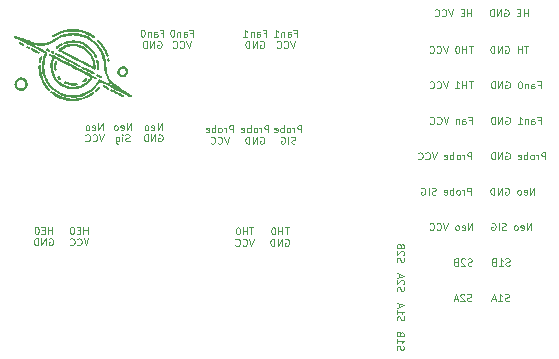
<source format=gbr>
%TF.GenerationSoftware,KiCad,Pcbnew,(6.0.6)*%
%TF.CreationDate,2022-08-05T00:51:14+02:00*%
%TF.ProjectId,toolhead_pcb,746f6f6c-6865-4616-945f-7063622e6b69,rev?*%
%TF.SameCoordinates,Original*%
%TF.FileFunction,Legend,Bot*%
%TF.FilePolarity,Positive*%
%FSLAX46Y46*%
G04 Gerber Fmt 4.6, Leading zero omitted, Abs format (unit mm)*
G04 Created by KiCad (PCBNEW (6.0.6)) date 2022-08-05 00:51:14*
%MOMM*%
%LPD*%
G01*
G04 APERTURE LIST*
%ADD10C,0.100000*%
G04 APERTURE END LIST*
D10*
X108214285Y-105442857D02*
X108128571Y-105471428D01*
X107985714Y-105471428D01*
X107928571Y-105442857D01*
X107900000Y-105414285D01*
X107871428Y-105357142D01*
X107871428Y-105300000D01*
X107900000Y-105242857D01*
X107928571Y-105214285D01*
X107985714Y-105185714D01*
X108100000Y-105157142D01*
X108157142Y-105128571D01*
X108185714Y-105100000D01*
X108214285Y-105042857D01*
X108214285Y-104985714D01*
X108185714Y-104928571D01*
X108157142Y-104900000D01*
X108100000Y-104871428D01*
X107957142Y-104871428D01*
X107871428Y-104900000D01*
X107642857Y-104928571D02*
X107614285Y-104900000D01*
X107557142Y-104871428D01*
X107414285Y-104871428D01*
X107357142Y-104900000D01*
X107328571Y-104928571D01*
X107300000Y-104985714D01*
X107300000Y-105042857D01*
X107328571Y-105128571D01*
X107671428Y-105471428D01*
X107300000Y-105471428D01*
X107071428Y-105300000D02*
X106785714Y-105300000D01*
X107128571Y-105471428D02*
X106928571Y-104871428D01*
X106728571Y-105471428D01*
X82000000Y-90988428D02*
X82000000Y-90388428D01*
X81657142Y-90988428D01*
X81657142Y-90388428D01*
X81142857Y-90959857D02*
X81200000Y-90988428D01*
X81314285Y-90988428D01*
X81371428Y-90959857D01*
X81400000Y-90902714D01*
X81400000Y-90674142D01*
X81371428Y-90617000D01*
X81314285Y-90588428D01*
X81200000Y-90588428D01*
X81142857Y-90617000D01*
X81114285Y-90674142D01*
X81114285Y-90731285D01*
X81400000Y-90788428D01*
X80771428Y-90988428D02*
X80828571Y-90959857D01*
X80857142Y-90931285D01*
X80885714Y-90874142D01*
X80885714Y-90702714D01*
X80857142Y-90645571D01*
X80828571Y-90617000D01*
X80771428Y-90588428D01*
X80685714Y-90588428D01*
X80628571Y-90617000D01*
X80600000Y-90645571D01*
X80571428Y-90702714D01*
X80571428Y-90874142D01*
X80600000Y-90931285D01*
X80628571Y-90959857D01*
X80685714Y-90988428D01*
X80771428Y-90988428D01*
X81757142Y-91383000D02*
X81814285Y-91354428D01*
X81900000Y-91354428D01*
X81985714Y-91383000D01*
X82042857Y-91440142D01*
X82071428Y-91497285D01*
X82100000Y-91611571D01*
X82100000Y-91697285D01*
X82071428Y-91811571D01*
X82042857Y-91868714D01*
X81985714Y-91925857D01*
X81900000Y-91954428D01*
X81842857Y-91954428D01*
X81757142Y-91925857D01*
X81728571Y-91897285D01*
X81728571Y-91697285D01*
X81842857Y-91697285D01*
X81471428Y-91954428D02*
X81471428Y-91354428D01*
X81128571Y-91954428D01*
X81128571Y-91354428D01*
X80842857Y-91954428D02*
X80842857Y-91354428D01*
X80700000Y-91354428D01*
X80614285Y-91383000D01*
X80557142Y-91440142D01*
X80528571Y-91497285D01*
X80500000Y-91611571D01*
X80500000Y-91697285D01*
X80528571Y-91811571D01*
X80557142Y-91868714D01*
X80614285Y-91925857D01*
X80700000Y-91954428D01*
X80842857Y-91954428D01*
X84442857Y-82774142D02*
X84642857Y-82774142D01*
X84642857Y-83088428D02*
X84642857Y-82488428D01*
X84357142Y-82488428D01*
X83871428Y-83088428D02*
X83871428Y-82774142D01*
X83900000Y-82717000D01*
X83957142Y-82688428D01*
X84071428Y-82688428D01*
X84128571Y-82717000D01*
X83871428Y-83059857D02*
X83928571Y-83088428D01*
X84071428Y-83088428D01*
X84128571Y-83059857D01*
X84157142Y-83002714D01*
X84157142Y-82945571D01*
X84128571Y-82888428D01*
X84071428Y-82859857D01*
X83928571Y-82859857D01*
X83871428Y-82831285D01*
X83585714Y-82688428D02*
X83585714Y-83088428D01*
X83585714Y-82745571D02*
X83557142Y-82717000D01*
X83500000Y-82688428D01*
X83414285Y-82688428D01*
X83357142Y-82717000D01*
X83328571Y-82774142D01*
X83328571Y-83088428D01*
X82928571Y-82488428D02*
X82871428Y-82488428D01*
X82814285Y-82517000D01*
X82785714Y-82545571D01*
X82757142Y-82602714D01*
X82728571Y-82717000D01*
X82728571Y-82859857D01*
X82757142Y-82974142D01*
X82785714Y-83031285D01*
X82814285Y-83059857D01*
X82871428Y-83088428D01*
X82928571Y-83088428D01*
X82985714Y-83059857D01*
X83014285Y-83031285D01*
X83042857Y-82974142D01*
X83071428Y-82859857D01*
X83071428Y-82717000D01*
X83042857Y-82602714D01*
X83014285Y-82545571D01*
X82985714Y-82517000D01*
X82928571Y-82488428D01*
X84500000Y-83454428D02*
X84300000Y-84054428D01*
X84100000Y-83454428D01*
X83557142Y-83997285D02*
X83585714Y-84025857D01*
X83671428Y-84054428D01*
X83728571Y-84054428D01*
X83814285Y-84025857D01*
X83871428Y-83968714D01*
X83900000Y-83911571D01*
X83928571Y-83797285D01*
X83928571Y-83711571D01*
X83900000Y-83597285D01*
X83871428Y-83540142D01*
X83814285Y-83483000D01*
X83728571Y-83454428D01*
X83671428Y-83454428D01*
X83585714Y-83483000D01*
X83557142Y-83511571D01*
X82957142Y-83997285D02*
X82985714Y-84025857D01*
X83071428Y-84054428D01*
X83128571Y-84054428D01*
X83214285Y-84025857D01*
X83271428Y-83968714D01*
X83300000Y-83911571D01*
X83328571Y-83797285D01*
X83328571Y-83711571D01*
X83300000Y-83597285D01*
X83271428Y-83540142D01*
X83214285Y-83483000D01*
X83128571Y-83454428D01*
X83071428Y-83454428D01*
X82985714Y-83483000D01*
X82957142Y-83511571D01*
X89771428Y-99238428D02*
X89428571Y-99238428D01*
X89600000Y-99838428D02*
X89600000Y-99238428D01*
X89228571Y-99838428D02*
X89228571Y-99238428D01*
X89228571Y-99524142D02*
X88885714Y-99524142D01*
X88885714Y-99838428D02*
X88885714Y-99238428D01*
X88485714Y-99238428D02*
X88428571Y-99238428D01*
X88371428Y-99267000D01*
X88342857Y-99295571D01*
X88314285Y-99352714D01*
X88285714Y-99467000D01*
X88285714Y-99609857D01*
X88314285Y-99724142D01*
X88342857Y-99781285D01*
X88371428Y-99809857D01*
X88428571Y-99838428D01*
X88485714Y-99838428D01*
X88542857Y-99809857D01*
X88571428Y-99781285D01*
X88600000Y-99724142D01*
X88628571Y-99609857D01*
X88628571Y-99467000D01*
X88600000Y-99352714D01*
X88571428Y-99295571D01*
X88542857Y-99267000D01*
X88485714Y-99238428D01*
X89800000Y-100204428D02*
X89600000Y-100804428D01*
X89400000Y-100204428D01*
X88857142Y-100747285D02*
X88885714Y-100775857D01*
X88971428Y-100804428D01*
X89028571Y-100804428D01*
X89114285Y-100775857D01*
X89171428Y-100718714D01*
X89200000Y-100661571D01*
X89228571Y-100547285D01*
X89228571Y-100461571D01*
X89200000Y-100347285D01*
X89171428Y-100290142D01*
X89114285Y-100233000D01*
X89028571Y-100204428D01*
X88971428Y-100204428D01*
X88885714Y-100233000D01*
X88857142Y-100261571D01*
X88257142Y-100747285D02*
X88285714Y-100775857D01*
X88371428Y-100804428D01*
X88428571Y-100804428D01*
X88514285Y-100775857D01*
X88571428Y-100718714D01*
X88600000Y-100661571D01*
X88628571Y-100547285D01*
X88628571Y-100461571D01*
X88600000Y-100347285D01*
X88571428Y-100290142D01*
X88514285Y-100233000D01*
X88428571Y-100204428D01*
X88371428Y-100204428D01*
X88285714Y-100233000D01*
X88257142Y-100261571D01*
X101932142Y-109607142D02*
X101903571Y-109521428D01*
X101903571Y-109378571D01*
X101932142Y-109321428D01*
X101960714Y-109292857D01*
X102017857Y-109264285D01*
X102075000Y-109264285D01*
X102132142Y-109292857D01*
X102160714Y-109321428D01*
X102189285Y-109378571D01*
X102217857Y-109492857D01*
X102246428Y-109550000D01*
X102275000Y-109578571D01*
X102332142Y-109607142D01*
X102389285Y-109607142D01*
X102446428Y-109578571D01*
X102475000Y-109550000D01*
X102503571Y-109492857D01*
X102503571Y-109350000D01*
X102475000Y-109264285D01*
X101903571Y-108692857D02*
X101903571Y-109035714D01*
X101903571Y-108864285D02*
X102503571Y-108864285D01*
X102417857Y-108921428D01*
X102360714Y-108978571D01*
X102332142Y-109035714D01*
X102217857Y-108235714D02*
X102189285Y-108150000D01*
X102160714Y-108121428D01*
X102103571Y-108092857D01*
X102017857Y-108092857D01*
X101960714Y-108121428D01*
X101932142Y-108150000D01*
X101903571Y-108207142D01*
X101903571Y-108435714D01*
X102503571Y-108435714D01*
X102503571Y-108235714D01*
X102475000Y-108178571D01*
X102446428Y-108150000D01*
X102389285Y-108121428D01*
X102332142Y-108121428D01*
X102275000Y-108150000D01*
X102246428Y-108178571D01*
X102217857Y-108235714D01*
X102217857Y-108435714D01*
X79400000Y-90988428D02*
X79400000Y-90388428D01*
X79057142Y-90988428D01*
X79057142Y-90388428D01*
X78542857Y-90959857D02*
X78600000Y-90988428D01*
X78714285Y-90988428D01*
X78771428Y-90959857D01*
X78800000Y-90902714D01*
X78800000Y-90674142D01*
X78771428Y-90617000D01*
X78714285Y-90588428D01*
X78600000Y-90588428D01*
X78542857Y-90617000D01*
X78514285Y-90674142D01*
X78514285Y-90731285D01*
X78800000Y-90788428D01*
X78171428Y-90988428D02*
X78228571Y-90959857D01*
X78257142Y-90931285D01*
X78285714Y-90874142D01*
X78285714Y-90702714D01*
X78257142Y-90645571D01*
X78228571Y-90617000D01*
X78171428Y-90588428D01*
X78085714Y-90588428D01*
X78028571Y-90617000D01*
X78000000Y-90645571D01*
X77971428Y-90702714D01*
X77971428Y-90874142D01*
X78000000Y-90931285D01*
X78028571Y-90959857D01*
X78085714Y-90988428D01*
X78171428Y-90988428D01*
X79285714Y-91925857D02*
X79200000Y-91954428D01*
X79057142Y-91954428D01*
X79000000Y-91925857D01*
X78971428Y-91897285D01*
X78942857Y-91840142D01*
X78942857Y-91783000D01*
X78971428Y-91725857D01*
X79000000Y-91697285D01*
X79057142Y-91668714D01*
X79171428Y-91640142D01*
X79228571Y-91611571D01*
X79257142Y-91583000D01*
X79285714Y-91525857D01*
X79285714Y-91468714D01*
X79257142Y-91411571D01*
X79228571Y-91383000D01*
X79171428Y-91354428D01*
X79028571Y-91354428D01*
X78942857Y-91383000D01*
X78685714Y-91954428D02*
X78685714Y-91554428D01*
X78685714Y-91354428D02*
X78714285Y-91383000D01*
X78685714Y-91411571D01*
X78657142Y-91383000D01*
X78685714Y-91354428D01*
X78685714Y-91411571D01*
X78142857Y-91554428D02*
X78142857Y-92040142D01*
X78171428Y-92097285D01*
X78200000Y-92125857D01*
X78257142Y-92154428D01*
X78342857Y-92154428D01*
X78400000Y-92125857D01*
X78142857Y-91925857D02*
X78200000Y-91954428D01*
X78314285Y-91954428D01*
X78371428Y-91925857D01*
X78400000Y-91897285D01*
X78428571Y-91840142D01*
X78428571Y-91668714D01*
X78400000Y-91611571D01*
X78371428Y-91583000D01*
X78314285Y-91554428D01*
X78200000Y-91554428D01*
X78142857Y-91583000D01*
X108228571Y-93471428D02*
X108228571Y-92871428D01*
X108000000Y-92871428D01*
X107942857Y-92900000D01*
X107914285Y-92928571D01*
X107885714Y-92985714D01*
X107885714Y-93071428D01*
X107914285Y-93128571D01*
X107942857Y-93157142D01*
X108000000Y-93185714D01*
X108228571Y-93185714D01*
X107628571Y-93471428D02*
X107628571Y-93071428D01*
X107628571Y-93185714D02*
X107600000Y-93128571D01*
X107571428Y-93100000D01*
X107514285Y-93071428D01*
X107457142Y-93071428D01*
X107171428Y-93471428D02*
X107228571Y-93442857D01*
X107257142Y-93414285D01*
X107285714Y-93357142D01*
X107285714Y-93185714D01*
X107257142Y-93128571D01*
X107228571Y-93100000D01*
X107171428Y-93071428D01*
X107085714Y-93071428D01*
X107028571Y-93100000D01*
X107000000Y-93128571D01*
X106971428Y-93185714D01*
X106971428Y-93357142D01*
X107000000Y-93414285D01*
X107028571Y-93442857D01*
X107085714Y-93471428D01*
X107171428Y-93471428D01*
X106714285Y-93471428D02*
X106714285Y-92871428D01*
X106714285Y-93100000D02*
X106657142Y-93071428D01*
X106542857Y-93071428D01*
X106485714Y-93100000D01*
X106457142Y-93128571D01*
X106428571Y-93185714D01*
X106428571Y-93357142D01*
X106457142Y-93414285D01*
X106485714Y-93442857D01*
X106542857Y-93471428D01*
X106657142Y-93471428D01*
X106714285Y-93442857D01*
X105942857Y-93442857D02*
X106000000Y-93471428D01*
X106114285Y-93471428D01*
X106171428Y-93442857D01*
X106200000Y-93385714D01*
X106200000Y-93157142D01*
X106171428Y-93100000D01*
X106114285Y-93071428D01*
X106000000Y-93071428D01*
X105942857Y-93100000D01*
X105914285Y-93157142D01*
X105914285Y-93214285D01*
X106200000Y-93271428D01*
X105285714Y-92871428D02*
X105085714Y-93471428D01*
X104885714Y-92871428D01*
X104342857Y-93414285D02*
X104371428Y-93442857D01*
X104457142Y-93471428D01*
X104514285Y-93471428D01*
X104600000Y-93442857D01*
X104657142Y-93385714D01*
X104685714Y-93328571D01*
X104714285Y-93214285D01*
X104714285Y-93128571D01*
X104685714Y-93014285D01*
X104657142Y-92957142D01*
X104600000Y-92900000D01*
X104514285Y-92871428D01*
X104457142Y-92871428D01*
X104371428Y-92900000D01*
X104342857Y-92928571D01*
X103742857Y-93414285D02*
X103771428Y-93442857D01*
X103857142Y-93471428D01*
X103914285Y-93471428D01*
X104000000Y-93442857D01*
X104057142Y-93385714D01*
X104085714Y-93328571D01*
X104114285Y-93214285D01*
X104114285Y-93128571D01*
X104085714Y-93014285D01*
X104057142Y-92957142D01*
X104000000Y-92900000D01*
X103914285Y-92871428D01*
X103857142Y-92871428D01*
X103771428Y-92900000D01*
X103742857Y-92928571D01*
X113028571Y-83871428D02*
X112685714Y-83871428D01*
X112857142Y-84471428D02*
X112857142Y-83871428D01*
X112485714Y-84471428D02*
X112485714Y-83871428D01*
X112485714Y-84157142D02*
X112142857Y-84157142D01*
X112142857Y-84471428D02*
X112142857Y-83871428D01*
X111085714Y-83900000D02*
X111142857Y-83871428D01*
X111228571Y-83871428D01*
X111314285Y-83900000D01*
X111371428Y-83957142D01*
X111400000Y-84014285D01*
X111428571Y-84128571D01*
X111428571Y-84214285D01*
X111400000Y-84328571D01*
X111371428Y-84385714D01*
X111314285Y-84442857D01*
X111228571Y-84471428D01*
X111171428Y-84471428D01*
X111085714Y-84442857D01*
X111057142Y-84414285D01*
X111057142Y-84214285D01*
X111171428Y-84214285D01*
X110800000Y-84471428D02*
X110800000Y-83871428D01*
X110457142Y-84471428D01*
X110457142Y-83871428D01*
X110171428Y-84471428D02*
X110171428Y-83871428D01*
X110028571Y-83871428D01*
X109942857Y-83900000D01*
X109885714Y-83957142D01*
X109857142Y-84014285D01*
X109828571Y-84128571D01*
X109828571Y-84214285D01*
X109857142Y-84328571D01*
X109885714Y-84385714D01*
X109942857Y-84442857D01*
X110028571Y-84471428D01*
X110171428Y-84471428D01*
X108200000Y-96471428D02*
X108200000Y-95871428D01*
X107971428Y-95871428D01*
X107914285Y-95900000D01*
X107885714Y-95928571D01*
X107857142Y-95985714D01*
X107857142Y-96071428D01*
X107885714Y-96128571D01*
X107914285Y-96157142D01*
X107971428Y-96185714D01*
X108200000Y-96185714D01*
X107600000Y-96471428D02*
X107600000Y-96071428D01*
X107600000Y-96185714D02*
X107571428Y-96128571D01*
X107542857Y-96100000D01*
X107485714Y-96071428D01*
X107428571Y-96071428D01*
X107142857Y-96471428D02*
X107200000Y-96442857D01*
X107228571Y-96414285D01*
X107257142Y-96357142D01*
X107257142Y-96185714D01*
X107228571Y-96128571D01*
X107200000Y-96100000D01*
X107142857Y-96071428D01*
X107057142Y-96071428D01*
X107000000Y-96100000D01*
X106971428Y-96128571D01*
X106942857Y-96185714D01*
X106942857Y-96357142D01*
X106971428Y-96414285D01*
X107000000Y-96442857D01*
X107057142Y-96471428D01*
X107142857Y-96471428D01*
X106685714Y-96471428D02*
X106685714Y-95871428D01*
X106685714Y-96100000D02*
X106628571Y-96071428D01*
X106514285Y-96071428D01*
X106457142Y-96100000D01*
X106428571Y-96128571D01*
X106400000Y-96185714D01*
X106400000Y-96357142D01*
X106428571Y-96414285D01*
X106457142Y-96442857D01*
X106514285Y-96471428D01*
X106628571Y-96471428D01*
X106685714Y-96442857D01*
X105914285Y-96442857D02*
X105971428Y-96471428D01*
X106085714Y-96471428D01*
X106142857Y-96442857D01*
X106171428Y-96385714D01*
X106171428Y-96157142D01*
X106142857Y-96100000D01*
X106085714Y-96071428D01*
X105971428Y-96071428D01*
X105914285Y-96100000D01*
X105885714Y-96157142D01*
X105885714Y-96214285D01*
X106171428Y-96271428D01*
X105200000Y-96442857D02*
X105114285Y-96471428D01*
X104971428Y-96471428D01*
X104914285Y-96442857D01*
X104885714Y-96414285D01*
X104857142Y-96357142D01*
X104857142Y-96300000D01*
X104885714Y-96242857D01*
X104914285Y-96214285D01*
X104971428Y-96185714D01*
X105085714Y-96157142D01*
X105142857Y-96128571D01*
X105171428Y-96100000D01*
X105200000Y-96042857D01*
X105200000Y-95985714D01*
X105171428Y-95928571D01*
X105142857Y-95900000D01*
X105085714Y-95871428D01*
X104942857Y-95871428D01*
X104857142Y-95900000D01*
X104600000Y-96471428D02*
X104600000Y-95871428D01*
X104000000Y-95900000D02*
X104057142Y-95871428D01*
X104142857Y-95871428D01*
X104228571Y-95900000D01*
X104285714Y-95957142D01*
X104314285Y-96014285D01*
X104342857Y-96128571D01*
X104342857Y-96214285D01*
X104314285Y-96328571D01*
X104285714Y-96385714D01*
X104228571Y-96442857D01*
X104142857Y-96471428D01*
X104085714Y-96471428D01*
X104000000Y-96442857D01*
X103971428Y-96414285D01*
X103971428Y-96214285D01*
X104085714Y-96214285D01*
X101957142Y-107114285D02*
X101928571Y-107028571D01*
X101928571Y-106885714D01*
X101957142Y-106828571D01*
X101985714Y-106800000D01*
X102042857Y-106771428D01*
X102100000Y-106771428D01*
X102157142Y-106800000D01*
X102185714Y-106828571D01*
X102214285Y-106885714D01*
X102242857Y-107000000D01*
X102271428Y-107057142D01*
X102300000Y-107085714D01*
X102357142Y-107114285D01*
X102414285Y-107114285D01*
X102471428Y-107085714D01*
X102500000Y-107057142D01*
X102528571Y-107000000D01*
X102528571Y-106857142D01*
X102500000Y-106771428D01*
X101928571Y-106200000D02*
X101928571Y-106542857D01*
X101928571Y-106371428D02*
X102528571Y-106371428D01*
X102442857Y-106428571D01*
X102385714Y-106485714D01*
X102357142Y-106542857D01*
X102100000Y-105971428D02*
X102100000Y-105685714D01*
X101928571Y-106028571D02*
X102528571Y-105828571D01*
X101928571Y-105628571D01*
X111457142Y-102442857D02*
X111371428Y-102471428D01*
X111228571Y-102471428D01*
X111171428Y-102442857D01*
X111142857Y-102414285D01*
X111114285Y-102357142D01*
X111114285Y-102300000D01*
X111142857Y-102242857D01*
X111171428Y-102214285D01*
X111228571Y-102185714D01*
X111342857Y-102157142D01*
X111400000Y-102128571D01*
X111428571Y-102100000D01*
X111457142Y-102042857D01*
X111457142Y-101985714D01*
X111428571Y-101928571D01*
X111400000Y-101900000D01*
X111342857Y-101871428D01*
X111200000Y-101871428D01*
X111114285Y-101900000D01*
X110542857Y-102471428D02*
X110885714Y-102471428D01*
X110714285Y-102471428D02*
X110714285Y-101871428D01*
X110771428Y-101957142D01*
X110828571Y-102014285D01*
X110885714Y-102042857D01*
X110085714Y-102157142D02*
X110000000Y-102185714D01*
X109971428Y-102214285D01*
X109942857Y-102271428D01*
X109942857Y-102357142D01*
X109971428Y-102414285D01*
X110000000Y-102442857D01*
X110057142Y-102471428D01*
X110285714Y-102471428D01*
X110285714Y-101871428D01*
X110085714Y-101871428D01*
X110028571Y-101900000D01*
X110000000Y-101928571D01*
X109971428Y-101985714D01*
X109971428Y-102042857D01*
X110000000Y-102100000D01*
X110028571Y-102128571D01*
X110085714Y-102157142D01*
X110285714Y-102157142D01*
X114485714Y-93471428D02*
X114485714Y-92871428D01*
X114257142Y-92871428D01*
X114200000Y-92900000D01*
X114171428Y-92928571D01*
X114142857Y-92985714D01*
X114142857Y-93071428D01*
X114171428Y-93128571D01*
X114200000Y-93157142D01*
X114257142Y-93185714D01*
X114485714Y-93185714D01*
X113885714Y-93471428D02*
X113885714Y-93071428D01*
X113885714Y-93185714D02*
X113857142Y-93128571D01*
X113828571Y-93100000D01*
X113771428Y-93071428D01*
X113714285Y-93071428D01*
X113428571Y-93471428D02*
X113485714Y-93442857D01*
X113514285Y-93414285D01*
X113542857Y-93357142D01*
X113542857Y-93185714D01*
X113514285Y-93128571D01*
X113485714Y-93100000D01*
X113428571Y-93071428D01*
X113342857Y-93071428D01*
X113285714Y-93100000D01*
X113257142Y-93128571D01*
X113228571Y-93185714D01*
X113228571Y-93357142D01*
X113257142Y-93414285D01*
X113285714Y-93442857D01*
X113342857Y-93471428D01*
X113428571Y-93471428D01*
X112971428Y-93471428D02*
X112971428Y-92871428D01*
X112971428Y-93100000D02*
X112914285Y-93071428D01*
X112800000Y-93071428D01*
X112742857Y-93100000D01*
X112714285Y-93128571D01*
X112685714Y-93185714D01*
X112685714Y-93357142D01*
X112714285Y-93414285D01*
X112742857Y-93442857D01*
X112800000Y-93471428D01*
X112914285Y-93471428D01*
X112971428Y-93442857D01*
X112200000Y-93442857D02*
X112257142Y-93471428D01*
X112371428Y-93471428D01*
X112428571Y-93442857D01*
X112457142Y-93385714D01*
X112457142Y-93157142D01*
X112428571Y-93100000D01*
X112371428Y-93071428D01*
X112257142Y-93071428D01*
X112200000Y-93100000D01*
X112171428Y-93157142D01*
X112171428Y-93214285D01*
X112457142Y-93271428D01*
X111142857Y-92900000D02*
X111200000Y-92871428D01*
X111285714Y-92871428D01*
X111371428Y-92900000D01*
X111428571Y-92957142D01*
X111457142Y-93014285D01*
X111485714Y-93128571D01*
X111485714Y-93214285D01*
X111457142Y-93328571D01*
X111428571Y-93385714D01*
X111371428Y-93442857D01*
X111285714Y-93471428D01*
X111228571Y-93471428D01*
X111142857Y-93442857D01*
X111114285Y-93414285D01*
X111114285Y-93214285D01*
X111228571Y-93214285D01*
X110857142Y-93471428D02*
X110857142Y-92871428D01*
X110514285Y-93471428D01*
X110514285Y-92871428D01*
X110228571Y-93471428D02*
X110228571Y-92871428D01*
X110085714Y-92871428D01*
X110000000Y-92900000D01*
X109942857Y-92957142D01*
X109914285Y-93014285D01*
X109885714Y-93128571D01*
X109885714Y-93214285D01*
X109914285Y-93328571D01*
X109942857Y-93385714D01*
X110000000Y-93442857D01*
X110085714Y-93471428D01*
X110228571Y-93471428D01*
X91042857Y-91188428D02*
X91042857Y-90588428D01*
X90814285Y-90588428D01*
X90757142Y-90617000D01*
X90728571Y-90645571D01*
X90700000Y-90702714D01*
X90700000Y-90788428D01*
X90728571Y-90845571D01*
X90757142Y-90874142D01*
X90814285Y-90902714D01*
X91042857Y-90902714D01*
X90442857Y-91188428D02*
X90442857Y-90788428D01*
X90442857Y-90902714D02*
X90414285Y-90845571D01*
X90385714Y-90817000D01*
X90328571Y-90788428D01*
X90271428Y-90788428D01*
X89985714Y-91188428D02*
X90042857Y-91159857D01*
X90071428Y-91131285D01*
X90100000Y-91074142D01*
X90100000Y-90902714D01*
X90071428Y-90845571D01*
X90042857Y-90817000D01*
X89985714Y-90788428D01*
X89900000Y-90788428D01*
X89842857Y-90817000D01*
X89814285Y-90845571D01*
X89785714Y-90902714D01*
X89785714Y-91074142D01*
X89814285Y-91131285D01*
X89842857Y-91159857D01*
X89900000Y-91188428D01*
X89985714Y-91188428D01*
X89528571Y-91188428D02*
X89528571Y-90588428D01*
X89528571Y-90817000D02*
X89471428Y-90788428D01*
X89357142Y-90788428D01*
X89300000Y-90817000D01*
X89271428Y-90845571D01*
X89242857Y-90902714D01*
X89242857Y-91074142D01*
X89271428Y-91131285D01*
X89300000Y-91159857D01*
X89357142Y-91188428D01*
X89471428Y-91188428D01*
X89528571Y-91159857D01*
X88757142Y-91159857D02*
X88814285Y-91188428D01*
X88928571Y-91188428D01*
X88985714Y-91159857D01*
X89014285Y-91102714D01*
X89014285Y-90874142D01*
X88985714Y-90817000D01*
X88928571Y-90788428D01*
X88814285Y-90788428D01*
X88757142Y-90817000D01*
X88728571Y-90874142D01*
X88728571Y-90931285D01*
X89014285Y-90988428D01*
X90357142Y-91583000D02*
X90414285Y-91554428D01*
X90500000Y-91554428D01*
X90585714Y-91583000D01*
X90642857Y-91640142D01*
X90671428Y-91697285D01*
X90700000Y-91811571D01*
X90700000Y-91897285D01*
X90671428Y-92011571D01*
X90642857Y-92068714D01*
X90585714Y-92125857D01*
X90500000Y-92154428D01*
X90442857Y-92154428D01*
X90357142Y-92125857D01*
X90328571Y-92097285D01*
X90328571Y-91897285D01*
X90442857Y-91897285D01*
X90071428Y-92154428D02*
X90071428Y-91554428D01*
X89728571Y-92154428D01*
X89728571Y-91554428D01*
X89442857Y-92154428D02*
X89442857Y-91554428D01*
X89300000Y-91554428D01*
X89214285Y-91583000D01*
X89157142Y-91640142D01*
X89128571Y-91697285D01*
X89100000Y-91811571D01*
X89100000Y-91897285D01*
X89128571Y-92011571D01*
X89157142Y-92068714D01*
X89214285Y-92125857D01*
X89300000Y-92154428D01*
X89442857Y-92154428D01*
X108357142Y-83871428D02*
X108014285Y-83871428D01*
X108185714Y-84471428D02*
X108185714Y-83871428D01*
X107814285Y-84471428D02*
X107814285Y-83871428D01*
X107814285Y-84157142D02*
X107471428Y-84157142D01*
X107471428Y-84471428D02*
X107471428Y-83871428D01*
X107071428Y-83871428D02*
X107014285Y-83871428D01*
X106957142Y-83900000D01*
X106928571Y-83928571D01*
X106900000Y-83985714D01*
X106871428Y-84100000D01*
X106871428Y-84242857D01*
X106900000Y-84357142D01*
X106928571Y-84414285D01*
X106957142Y-84442857D01*
X107014285Y-84471428D01*
X107071428Y-84471428D01*
X107128571Y-84442857D01*
X107157142Y-84414285D01*
X107185714Y-84357142D01*
X107214285Y-84242857D01*
X107214285Y-84100000D01*
X107185714Y-83985714D01*
X107157142Y-83928571D01*
X107128571Y-83900000D01*
X107071428Y-83871428D01*
X106242857Y-83871428D02*
X106042857Y-84471428D01*
X105842857Y-83871428D01*
X105300000Y-84414285D02*
X105328571Y-84442857D01*
X105414285Y-84471428D01*
X105471428Y-84471428D01*
X105557142Y-84442857D01*
X105614285Y-84385714D01*
X105642857Y-84328571D01*
X105671428Y-84214285D01*
X105671428Y-84128571D01*
X105642857Y-84014285D01*
X105614285Y-83957142D01*
X105557142Y-83900000D01*
X105471428Y-83871428D01*
X105414285Y-83871428D01*
X105328571Y-83900000D01*
X105300000Y-83928571D01*
X104700000Y-84414285D02*
X104728571Y-84442857D01*
X104814285Y-84471428D01*
X104871428Y-84471428D01*
X104957142Y-84442857D01*
X105014285Y-84385714D01*
X105042857Y-84328571D01*
X105071428Y-84214285D01*
X105071428Y-84128571D01*
X105042857Y-84014285D01*
X105014285Y-83957142D01*
X104957142Y-83900000D01*
X104871428Y-83871428D01*
X104814285Y-83871428D01*
X104728571Y-83900000D01*
X104700000Y-83928571D01*
X92771428Y-99238428D02*
X92428571Y-99238428D01*
X92600000Y-99838428D02*
X92600000Y-99238428D01*
X92228571Y-99838428D02*
X92228571Y-99238428D01*
X92228571Y-99524142D02*
X91885714Y-99524142D01*
X91885714Y-99838428D02*
X91885714Y-99238428D01*
X91485714Y-99238428D02*
X91428571Y-99238428D01*
X91371428Y-99267000D01*
X91342857Y-99295571D01*
X91314285Y-99352714D01*
X91285714Y-99467000D01*
X91285714Y-99609857D01*
X91314285Y-99724142D01*
X91342857Y-99781285D01*
X91371428Y-99809857D01*
X91428571Y-99838428D01*
X91485714Y-99838428D01*
X91542857Y-99809857D01*
X91571428Y-99781285D01*
X91600000Y-99724142D01*
X91628571Y-99609857D01*
X91628571Y-99467000D01*
X91600000Y-99352714D01*
X91571428Y-99295571D01*
X91542857Y-99267000D01*
X91485714Y-99238428D01*
X92457142Y-100233000D02*
X92514285Y-100204428D01*
X92600000Y-100204428D01*
X92685714Y-100233000D01*
X92742857Y-100290142D01*
X92771428Y-100347285D01*
X92800000Y-100461571D01*
X92800000Y-100547285D01*
X92771428Y-100661571D01*
X92742857Y-100718714D01*
X92685714Y-100775857D01*
X92600000Y-100804428D01*
X92542857Y-100804428D01*
X92457142Y-100775857D01*
X92428571Y-100747285D01*
X92428571Y-100547285D01*
X92542857Y-100547285D01*
X92171428Y-100804428D02*
X92171428Y-100204428D01*
X91828571Y-100804428D01*
X91828571Y-100204428D01*
X91542857Y-100804428D02*
X91542857Y-100204428D01*
X91400000Y-100204428D01*
X91314285Y-100233000D01*
X91257142Y-100290142D01*
X91228571Y-100347285D01*
X91200000Y-100461571D01*
X91200000Y-100547285D01*
X91228571Y-100661571D01*
X91257142Y-100718714D01*
X91314285Y-100775857D01*
X91400000Y-100804428D01*
X91542857Y-100804428D01*
X113257142Y-99471428D02*
X113257142Y-98871428D01*
X112914285Y-99471428D01*
X112914285Y-98871428D01*
X112400000Y-99442857D02*
X112457142Y-99471428D01*
X112571428Y-99471428D01*
X112628571Y-99442857D01*
X112657142Y-99385714D01*
X112657142Y-99157142D01*
X112628571Y-99100000D01*
X112571428Y-99071428D01*
X112457142Y-99071428D01*
X112400000Y-99100000D01*
X112371428Y-99157142D01*
X112371428Y-99214285D01*
X112657142Y-99271428D01*
X112028571Y-99471428D02*
X112085714Y-99442857D01*
X112114285Y-99414285D01*
X112142857Y-99357142D01*
X112142857Y-99185714D01*
X112114285Y-99128571D01*
X112085714Y-99100000D01*
X112028571Y-99071428D01*
X111942857Y-99071428D01*
X111885714Y-99100000D01*
X111857142Y-99128571D01*
X111828571Y-99185714D01*
X111828571Y-99357142D01*
X111857142Y-99414285D01*
X111885714Y-99442857D01*
X111942857Y-99471428D01*
X112028571Y-99471428D01*
X111142857Y-99442857D02*
X111057142Y-99471428D01*
X110914285Y-99471428D01*
X110857142Y-99442857D01*
X110828571Y-99414285D01*
X110800000Y-99357142D01*
X110800000Y-99300000D01*
X110828571Y-99242857D01*
X110857142Y-99214285D01*
X110914285Y-99185714D01*
X111028571Y-99157142D01*
X111085714Y-99128571D01*
X111114285Y-99100000D01*
X111142857Y-99042857D01*
X111142857Y-98985714D01*
X111114285Y-98928571D01*
X111085714Y-98900000D01*
X111028571Y-98871428D01*
X110885714Y-98871428D01*
X110800000Y-98900000D01*
X110542857Y-99471428D02*
X110542857Y-98871428D01*
X109942857Y-98900000D02*
X110000000Y-98871428D01*
X110085714Y-98871428D01*
X110171428Y-98900000D01*
X110228571Y-98957142D01*
X110257142Y-99014285D01*
X110285714Y-99128571D01*
X110285714Y-99214285D01*
X110257142Y-99328571D01*
X110228571Y-99385714D01*
X110171428Y-99442857D01*
X110085714Y-99471428D01*
X110028571Y-99471428D01*
X109942857Y-99442857D01*
X109914285Y-99414285D01*
X109914285Y-99214285D01*
X110028571Y-99214285D01*
X108285714Y-99471428D02*
X108285714Y-98871428D01*
X107942857Y-99471428D01*
X107942857Y-98871428D01*
X107428571Y-99442857D02*
X107485714Y-99471428D01*
X107600000Y-99471428D01*
X107657142Y-99442857D01*
X107685714Y-99385714D01*
X107685714Y-99157142D01*
X107657142Y-99100000D01*
X107600000Y-99071428D01*
X107485714Y-99071428D01*
X107428571Y-99100000D01*
X107400000Y-99157142D01*
X107400000Y-99214285D01*
X107685714Y-99271428D01*
X107057142Y-99471428D02*
X107114285Y-99442857D01*
X107142857Y-99414285D01*
X107171428Y-99357142D01*
X107171428Y-99185714D01*
X107142857Y-99128571D01*
X107114285Y-99100000D01*
X107057142Y-99071428D01*
X106971428Y-99071428D01*
X106914285Y-99100000D01*
X106885714Y-99128571D01*
X106857142Y-99185714D01*
X106857142Y-99357142D01*
X106885714Y-99414285D01*
X106914285Y-99442857D01*
X106971428Y-99471428D01*
X107057142Y-99471428D01*
X106228571Y-98871428D02*
X106028571Y-99471428D01*
X105828571Y-98871428D01*
X105285714Y-99414285D02*
X105314285Y-99442857D01*
X105400000Y-99471428D01*
X105457142Y-99471428D01*
X105542857Y-99442857D01*
X105600000Y-99385714D01*
X105628571Y-99328571D01*
X105657142Y-99214285D01*
X105657142Y-99128571D01*
X105628571Y-99014285D01*
X105600000Y-98957142D01*
X105542857Y-98900000D01*
X105457142Y-98871428D01*
X105400000Y-98871428D01*
X105314285Y-98900000D01*
X105285714Y-98928571D01*
X104685714Y-99414285D02*
X104714285Y-99442857D01*
X104800000Y-99471428D01*
X104857142Y-99471428D01*
X104942857Y-99442857D01*
X105000000Y-99385714D01*
X105028571Y-99328571D01*
X105057142Y-99214285D01*
X105057142Y-99128571D01*
X105028571Y-99014285D01*
X105000000Y-98957142D01*
X104942857Y-98900000D01*
X104857142Y-98871428D01*
X104800000Y-98871428D01*
X104714285Y-98900000D01*
X104685714Y-98928571D01*
X108228571Y-81371428D02*
X108228571Y-80771428D01*
X108228571Y-81057142D02*
X107885714Y-81057142D01*
X107885714Y-81371428D02*
X107885714Y-80771428D01*
X107600000Y-81057142D02*
X107400000Y-81057142D01*
X107314285Y-81371428D02*
X107600000Y-81371428D01*
X107600000Y-80771428D01*
X107314285Y-80771428D01*
X106685714Y-80771428D02*
X106485714Y-81371428D01*
X106285714Y-80771428D01*
X105742857Y-81314285D02*
X105771428Y-81342857D01*
X105857142Y-81371428D01*
X105914285Y-81371428D01*
X106000000Y-81342857D01*
X106057142Y-81285714D01*
X106085714Y-81228571D01*
X106114285Y-81114285D01*
X106114285Y-81028571D01*
X106085714Y-80914285D01*
X106057142Y-80857142D01*
X106000000Y-80800000D01*
X105914285Y-80771428D01*
X105857142Y-80771428D01*
X105771428Y-80800000D01*
X105742857Y-80828571D01*
X105142857Y-81314285D02*
X105171428Y-81342857D01*
X105257142Y-81371428D01*
X105314285Y-81371428D01*
X105400000Y-81342857D01*
X105457142Y-81285714D01*
X105485714Y-81228571D01*
X105514285Y-81114285D01*
X105514285Y-81028571D01*
X105485714Y-80914285D01*
X105457142Y-80857142D01*
X105400000Y-80800000D01*
X105314285Y-80771428D01*
X105257142Y-80771428D01*
X105171428Y-80800000D01*
X105142857Y-80828571D01*
X81942857Y-82774142D02*
X82142857Y-82774142D01*
X82142857Y-83088428D02*
X82142857Y-82488428D01*
X81857142Y-82488428D01*
X81371428Y-83088428D02*
X81371428Y-82774142D01*
X81400000Y-82717000D01*
X81457142Y-82688428D01*
X81571428Y-82688428D01*
X81628571Y-82717000D01*
X81371428Y-83059857D02*
X81428571Y-83088428D01*
X81571428Y-83088428D01*
X81628571Y-83059857D01*
X81657142Y-83002714D01*
X81657142Y-82945571D01*
X81628571Y-82888428D01*
X81571428Y-82859857D01*
X81428571Y-82859857D01*
X81371428Y-82831285D01*
X81085714Y-82688428D02*
X81085714Y-83088428D01*
X81085714Y-82745571D02*
X81057142Y-82717000D01*
X81000000Y-82688428D01*
X80914285Y-82688428D01*
X80857142Y-82717000D01*
X80828571Y-82774142D01*
X80828571Y-83088428D01*
X80428571Y-82488428D02*
X80371428Y-82488428D01*
X80314285Y-82517000D01*
X80285714Y-82545571D01*
X80257142Y-82602714D01*
X80228571Y-82717000D01*
X80228571Y-82859857D01*
X80257142Y-82974142D01*
X80285714Y-83031285D01*
X80314285Y-83059857D01*
X80371428Y-83088428D01*
X80428571Y-83088428D01*
X80485714Y-83059857D01*
X80514285Y-83031285D01*
X80542857Y-82974142D01*
X80571428Y-82859857D01*
X80571428Y-82717000D01*
X80542857Y-82602714D01*
X80514285Y-82545571D01*
X80485714Y-82517000D01*
X80428571Y-82488428D01*
X81657142Y-83483000D02*
X81714285Y-83454428D01*
X81800000Y-83454428D01*
X81885714Y-83483000D01*
X81942857Y-83540142D01*
X81971428Y-83597285D01*
X82000000Y-83711571D01*
X82000000Y-83797285D01*
X81971428Y-83911571D01*
X81942857Y-83968714D01*
X81885714Y-84025857D01*
X81800000Y-84054428D01*
X81742857Y-84054428D01*
X81657142Y-84025857D01*
X81628571Y-83997285D01*
X81628571Y-83797285D01*
X81742857Y-83797285D01*
X81371428Y-84054428D02*
X81371428Y-83454428D01*
X81028571Y-84054428D01*
X81028571Y-83454428D01*
X80742857Y-84054428D02*
X80742857Y-83454428D01*
X80600000Y-83454428D01*
X80514285Y-83483000D01*
X80457142Y-83540142D01*
X80428571Y-83597285D01*
X80400000Y-83711571D01*
X80400000Y-83797285D01*
X80428571Y-83911571D01*
X80457142Y-83968714D01*
X80514285Y-84025857D01*
X80600000Y-84054428D01*
X80742857Y-84054428D01*
X101957142Y-102157142D02*
X101928571Y-102071428D01*
X101928571Y-101928571D01*
X101957142Y-101871428D01*
X101985714Y-101842857D01*
X102042857Y-101814285D01*
X102100000Y-101814285D01*
X102157142Y-101842857D01*
X102185714Y-101871428D01*
X102214285Y-101928571D01*
X102242857Y-102042857D01*
X102271428Y-102100000D01*
X102300000Y-102128571D01*
X102357142Y-102157142D01*
X102414285Y-102157142D01*
X102471428Y-102128571D01*
X102500000Y-102100000D01*
X102528571Y-102042857D01*
X102528571Y-101900000D01*
X102500000Y-101814285D01*
X102471428Y-101585714D02*
X102500000Y-101557142D01*
X102528571Y-101500000D01*
X102528571Y-101357142D01*
X102500000Y-101300000D01*
X102471428Y-101271428D01*
X102414285Y-101242857D01*
X102357142Y-101242857D01*
X102271428Y-101271428D01*
X101928571Y-101614285D01*
X101928571Y-101242857D01*
X102242857Y-100785714D02*
X102214285Y-100700000D01*
X102185714Y-100671428D01*
X102128571Y-100642857D01*
X102042857Y-100642857D01*
X101985714Y-100671428D01*
X101957142Y-100700000D01*
X101928571Y-100757142D01*
X101928571Y-100985714D01*
X102528571Y-100985714D01*
X102528571Y-100785714D01*
X102500000Y-100728571D01*
X102471428Y-100700000D01*
X102414285Y-100671428D01*
X102357142Y-100671428D01*
X102300000Y-100700000D01*
X102271428Y-100728571D01*
X102242857Y-100785714D01*
X102242857Y-100985714D01*
X113885714Y-87157142D02*
X114085714Y-87157142D01*
X114085714Y-87471428D02*
X114085714Y-86871428D01*
X113800000Y-86871428D01*
X113314285Y-87471428D02*
X113314285Y-87157142D01*
X113342857Y-87100000D01*
X113400000Y-87071428D01*
X113514285Y-87071428D01*
X113571428Y-87100000D01*
X113314285Y-87442857D02*
X113371428Y-87471428D01*
X113514285Y-87471428D01*
X113571428Y-87442857D01*
X113600000Y-87385714D01*
X113600000Y-87328571D01*
X113571428Y-87271428D01*
X113514285Y-87242857D01*
X113371428Y-87242857D01*
X113314285Y-87214285D01*
X113028571Y-87071428D02*
X113028571Y-87471428D01*
X113028571Y-87128571D02*
X113000000Y-87100000D01*
X112942857Y-87071428D01*
X112857142Y-87071428D01*
X112800000Y-87100000D01*
X112771428Y-87157142D01*
X112771428Y-87471428D01*
X112371428Y-86871428D02*
X112314285Y-86871428D01*
X112257142Y-86900000D01*
X112228571Y-86928571D01*
X112200000Y-86985714D01*
X112171428Y-87100000D01*
X112171428Y-87242857D01*
X112200000Y-87357142D01*
X112228571Y-87414285D01*
X112257142Y-87442857D01*
X112314285Y-87471428D01*
X112371428Y-87471428D01*
X112428571Y-87442857D01*
X112457142Y-87414285D01*
X112485714Y-87357142D01*
X112514285Y-87242857D01*
X112514285Y-87100000D01*
X112485714Y-86985714D01*
X112457142Y-86928571D01*
X112428571Y-86900000D01*
X112371428Y-86871428D01*
X111142857Y-86900000D02*
X111200000Y-86871428D01*
X111285714Y-86871428D01*
X111371428Y-86900000D01*
X111428571Y-86957142D01*
X111457142Y-87014285D01*
X111485714Y-87128571D01*
X111485714Y-87214285D01*
X111457142Y-87328571D01*
X111428571Y-87385714D01*
X111371428Y-87442857D01*
X111285714Y-87471428D01*
X111228571Y-87471428D01*
X111142857Y-87442857D01*
X111114285Y-87414285D01*
X111114285Y-87214285D01*
X111228571Y-87214285D01*
X110857142Y-87471428D02*
X110857142Y-86871428D01*
X110514285Y-87471428D01*
X110514285Y-86871428D01*
X110228571Y-87471428D02*
X110228571Y-86871428D01*
X110085714Y-86871428D01*
X110000000Y-86900000D01*
X109942857Y-86957142D01*
X109914285Y-87014285D01*
X109885714Y-87128571D01*
X109885714Y-87214285D01*
X109914285Y-87328571D01*
X109942857Y-87385714D01*
X110000000Y-87442857D01*
X110085714Y-87471428D01*
X110228571Y-87471428D01*
X75728571Y-99788428D02*
X75728571Y-99188428D01*
X75728571Y-99474142D02*
X75385714Y-99474142D01*
X75385714Y-99788428D02*
X75385714Y-99188428D01*
X75100000Y-99474142D02*
X74900000Y-99474142D01*
X74814285Y-99788428D02*
X75100000Y-99788428D01*
X75100000Y-99188428D01*
X74814285Y-99188428D01*
X74442857Y-99188428D02*
X74385714Y-99188428D01*
X74328571Y-99217000D01*
X74300000Y-99245571D01*
X74271428Y-99302714D01*
X74242857Y-99417000D01*
X74242857Y-99559857D01*
X74271428Y-99674142D01*
X74300000Y-99731285D01*
X74328571Y-99759857D01*
X74385714Y-99788428D01*
X74442857Y-99788428D01*
X74500000Y-99759857D01*
X74528571Y-99731285D01*
X74557142Y-99674142D01*
X74585714Y-99559857D01*
X74585714Y-99417000D01*
X74557142Y-99302714D01*
X74528571Y-99245571D01*
X74500000Y-99217000D01*
X74442857Y-99188428D01*
X75800000Y-100154428D02*
X75600000Y-100754428D01*
X75400000Y-100154428D01*
X74857142Y-100697285D02*
X74885714Y-100725857D01*
X74971428Y-100754428D01*
X75028571Y-100754428D01*
X75114285Y-100725857D01*
X75171428Y-100668714D01*
X75200000Y-100611571D01*
X75228571Y-100497285D01*
X75228571Y-100411571D01*
X75200000Y-100297285D01*
X75171428Y-100240142D01*
X75114285Y-100183000D01*
X75028571Y-100154428D01*
X74971428Y-100154428D01*
X74885714Y-100183000D01*
X74857142Y-100211571D01*
X74257142Y-100697285D02*
X74285714Y-100725857D01*
X74371428Y-100754428D01*
X74428571Y-100754428D01*
X74514285Y-100725857D01*
X74571428Y-100668714D01*
X74600000Y-100611571D01*
X74628571Y-100497285D01*
X74628571Y-100411571D01*
X74600000Y-100297285D01*
X74571428Y-100240142D01*
X74514285Y-100183000D01*
X74428571Y-100154428D01*
X74371428Y-100154428D01*
X74285714Y-100183000D01*
X74257142Y-100211571D01*
X77000000Y-90988428D02*
X77000000Y-90388428D01*
X76657142Y-90988428D01*
X76657142Y-90388428D01*
X76142857Y-90959857D02*
X76200000Y-90988428D01*
X76314285Y-90988428D01*
X76371428Y-90959857D01*
X76400000Y-90902714D01*
X76400000Y-90674142D01*
X76371428Y-90617000D01*
X76314285Y-90588428D01*
X76200000Y-90588428D01*
X76142857Y-90617000D01*
X76114285Y-90674142D01*
X76114285Y-90731285D01*
X76400000Y-90788428D01*
X75771428Y-90988428D02*
X75828571Y-90959857D01*
X75857142Y-90931285D01*
X75885714Y-90874142D01*
X75885714Y-90702714D01*
X75857142Y-90645571D01*
X75828571Y-90617000D01*
X75771428Y-90588428D01*
X75685714Y-90588428D01*
X75628571Y-90617000D01*
X75600000Y-90645571D01*
X75571428Y-90702714D01*
X75571428Y-90874142D01*
X75600000Y-90931285D01*
X75628571Y-90959857D01*
X75685714Y-90988428D01*
X75771428Y-90988428D01*
X77100000Y-91354428D02*
X76900000Y-91954428D01*
X76700000Y-91354428D01*
X76157142Y-91897285D02*
X76185714Y-91925857D01*
X76271428Y-91954428D01*
X76328571Y-91954428D01*
X76414285Y-91925857D01*
X76471428Y-91868714D01*
X76500000Y-91811571D01*
X76528571Y-91697285D01*
X76528571Y-91611571D01*
X76500000Y-91497285D01*
X76471428Y-91440142D01*
X76414285Y-91383000D01*
X76328571Y-91354428D01*
X76271428Y-91354428D01*
X76185714Y-91383000D01*
X76157142Y-91411571D01*
X75557142Y-91897285D02*
X75585714Y-91925857D01*
X75671428Y-91954428D01*
X75728571Y-91954428D01*
X75814285Y-91925857D01*
X75871428Y-91868714D01*
X75900000Y-91811571D01*
X75928571Y-91697285D01*
X75928571Y-91611571D01*
X75900000Y-91497285D01*
X75871428Y-91440142D01*
X75814285Y-91383000D01*
X75728571Y-91354428D01*
X75671428Y-91354428D01*
X75585714Y-91383000D01*
X75557142Y-91411571D01*
X111414285Y-105442857D02*
X111328571Y-105471428D01*
X111185714Y-105471428D01*
X111128571Y-105442857D01*
X111100000Y-105414285D01*
X111071428Y-105357142D01*
X111071428Y-105300000D01*
X111100000Y-105242857D01*
X111128571Y-105214285D01*
X111185714Y-105185714D01*
X111300000Y-105157142D01*
X111357142Y-105128571D01*
X111385714Y-105100000D01*
X111414285Y-105042857D01*
X111414285Y-104985714D01*
X111385714Y-104928571D01*
X111357142Y-104900000D01*
X111300000Y-104871428D01*
X111157142Y-104871428D01*
X111071428Y-104900000D01*
X110500000Y-105471428D02*
X110842857Y-105471428D01*
X110671428Y-105471428D02*
X110671428Y-104871428D01*
X110728571Y-104957142D01*
X110785714Y-105014285D01*
X110842857Y-105042857D01*
X110271428Y-105300000D02*
X109985714Y-105300000D01*
X110328571Y-105471428D02*
X110128571Y-104871428D01*
X109928571Y-105471428D01*
X90642857Y-82774142D02*
X90842857Y-82774142D01*
X90842857Y-83088428D02*
X90842857Y-82488428D01*
X90557142Y-82488428D01*
X90071428Y-83088428D02*
X90071428Y-82774142D01*
X90100000Y-82717000D01*
X90157142Y-82688428D01*
X90271428Y-82688428D01*
X90328571Y-82717000D01*
X90071428Y-83059857D02*
X90128571Y-83088428D01*
X90271428Y-83088428D01*
X90328571Y-83059857D01*
X90357142Y-83002714D01*
X90357142Y-82945571D01*
X90328571Y-82888428D01*
X90271428Y-82859857D01*
X90128571Y-82859857D01*
X90071428Y-82831285D01*
X89785714Y-82688428D02*
X89785714Y-83088428D01*
X89785714Y-82745571D02*
X89757142Y-82717000D01*
X89700000Y-82688428D01*
X89614285Y-82688428D01*
X89557142Y-82717000D01*
X89528571Y-82774142D01*
X89528571Y-83088428D01*
X88928571Y-83088428D02*
X89271428Y-83088428D01*
X89100000Y-83088428D02*
X89100000Y-82488428D01*
X89157142Y-82574142D01*
X89214285Y-82631285D01*
X89271428Y-82659857D01*
X90357142Y-83483000D02*
X90414285Y-83454428D01*
X90500000Y-83454428D01*
X90585714Y-83483000D01*
X90642857Y-83540142D01*
X90671428Y-83597285D01*
X90700000Y-83711571D01*
X90700000Y-83797285D01*
X90671428Y-83911571D01*
X90642857Y-83968714D01*
X90585714Y-84025857D01*
X90500000Y-84054428D01*
X90442857Y-84054428D01*
X90357142Y-84025857D01*
X90328571Y-83997285D01*
X90328571Y-83797285D01*
X90442857Y-83797285D01*
X90071428Y-84054428D02*
X90071428Y-83454428D01*
X89728571Y-84054428D01*
X89728571Y-83454428D01*
X89442857Y-84054428D02*
X89442857Y-83454428D01*
X89300000Y-83454428D01*
X89214285Y-83483000D01*
X89157142Y-83540142D01*
X89128571Y-83597285D01*
X89100000Y-83711571D01*
X89100000Y-83797285D01*
X89128571Y-83911571D01*
X89157142Y-83968714D01*
X89214285Y-84025857D01*
X89300000Y-84054428D01*
X89442857Y-84054428D01*
X101957142Y-104614285D02*
X101928571Y-104528571D01*
X101928571Y-104385714D01*
X101957142Y-104328571D01*
X101985714Y-104300000D01*
X102042857Y-104271428D01*
X102100000Y-104271428D01*
X102157142Y-104300000D01*
X102185714Y-104328571D01*
X102214285Y-104385714D01*
X102242857Y-104500000D01*
X102271428Y-104557142D01*
X102300000Y-104585714D01*
X102357142Y-104614285D01*
X102414285Y-104614285D01*
X102471428Y-104585714D01*
X102500000Y-104557142D01*
X102528571Y-104500000D01*
X102528571Y-104357142D01*
X102500000Y-104271428D01*
X102471428Y-104042857D02*
X102500000Y-104014285D01*
X102528571Y-103957142D01*
X102528571Y-103814285D01*
X102500000Y-103757142D01*
X102471428Y-103728571D01*
X102414285Y-103700000D01*
X102357142Y-103700000D01*
X102271428Y-103728571D01*
X101928571Y-104071428D01*
X101928571Y-103700000D01*
X102100000Y-103471428D02*
X102100000Y-103185714D01*
X101928571Y-103528571D02*
X102528571Y-103328571D01*
X101928571Y-103128571D01*
X112985714Y-81371428D02*
X112985714Y-80771428D01*
X112985714Y-81057142D02*
X112642857Y-81057142D01*
X112642857Y-81371428D02*
X112642857Y-80771428D01*
X112357142Y-81057142D02*
X112157142Y-81057142D01*
X112071428Y-81371428D02*
X112357142Y-81371428D01*
X112357142Y-80771428D01*
X112071428Y-80771428D01*
X111042857Y-80800000D02*
X111100000Y-80771428D01*
X111185714Y-80771428D01*
X111271428Y-80800000D01*
X111328571Y-80857142D01*
X111357142Y-80914285D01*
X111385714Y-81028571D01*
X111385714Y-81114285D01*
X111357142Y-81228571D01*
X111328571Y-81285714D01*
X111271428Y-81342857D01*
X111185714Y-81371428D01*
X111128571Y-81371428D01*
X111042857Y-81342857D01*
X111014285Y-81314285D01*
X111014285Y-81114285D01*
X111128571Y-81114285D01*
X110757142Y-81371428D02*
X110757142Y-80771428D01*
X110414285Y-81371428D01*
X110414285Y-80771428D01*
X110128571Y-81371428D02*
X110128571Y-80771428D01*
X109985714Y-80771428D01*
X109900000Y-80800000D01*
X109842857Y-80857142D01*
X109814285Y-80914285D01*
X109785714Y-81028571D01*
X109785714Y-81114285D01*
X109814285Y-81228571D01*
X109842857Y-81285714D01*
X109900000Y-81342857D01*
X109985714Y-81371428D01*
X110128571Y-81371428D01*
X93842857Y-91188428D02*
X93842857Y-90588428D01*
X93614285Y-90588428D01*
X93557142Y-90617000D01*
X93528571Y-90645571D01*
X93500000Y-90702714D01*
X93500000Y-90788428D01*
X93528571Y-90845571D01*
X93557142Y-90874142D01*
X93614285Y-90902714D01*
X93842857Y-90902714D01*
X93242857Y-91188428D02*
X93242857Y-90788428D01*
X93242857Y-90902714D02*
X93214285Y-90845571D01*
X93185714Y-90817000D01*
X93128571Y-90788428D01*
X93071428Y-90788428D01*
X92785714Y-91188428D02*
X92842857Y-91159857D01*
X92871428Y-91131285D01*
X92900000Y-91074142D01*
X92900000Y-90902714D01*
X92871428Y-90845571D01*
X92842857Y-90817000D01*
X92785714Y-90788428D01*
X92700000Y-90788428D01*
X92642857Y-90817000D01*
X92614285Y-90845571D01*
X92585714Y-90902714D01*
X92585714Y-91074142D01*
X92614285Y-91131285D01*
X92642857Y-91159857D01*
X92700000Y-91188428D01*
X92785714Y-91188428D01*
X92328571Y-91188428D02*
X92328571Y-90588428D01*
X92328571Y-90817000D02*
X92271428Y-90788428D01*
X92157142Y-90788428D01*
X92100000Y-90817000D01*
X92071428Y-90845571D01*
X92042857Y-90902714D01*
X92042857Y-91074142D01*
X92071428Y-91131285D01*
X92100000Y-91159857D01*
X92157142Y-91188428D01*
X92271428Y-91188428D01*
X92328571Y-91159857D01*
X91557142Y-91159857D02*
X91614285Y-91188428D01*
X91728571Y-91188428D01*
X91785714Y-91159857D01*
X91814285Y-91102714D01*
X91814285Y-90874142D01*
X91785714Y-90817000D01*
X91728571Y-90788428D01*
X91614285Y-90788428D01*
X91557142Y-90817000D01*
X91528571Y-90874142D01*
X91528571Y-90931285D01*
X91814285Y-90988428D01*
X93314285Y-92125857D02*
X93228571Y-92154428D01*
X93085714Y-92154428D01*
X93028571Y-92125857D01*
X93000000Y-92097285D01*
X92971428Y-92040142D01*
X92971428Y-91983000D01*
X93000000Y-91925857D01*
X93028571Y-91897285D01*
X93085714Y-91868714D01*
X93200000Y-91840142D01*
X93257142Y-91811571D01*
X93285714Y-91783000D01*
X93314285Y-91725857D01*
X93314285Y-91668714D01*
X93285714Y-91611571D01*
X93257142Y-91583000D01*
X93200000Y-91554428D01*
X93057142Y-91554428D01*
X92971428Y-91583000D01*
X92714285Y-92154428D02*
X92714285Y-91554428D01*
X92114285Y-91583000D02*
X92171428Y-91554428D01*
X92257142Y-91554428D01*
X92342857Y-91583000D01*
X92400000Y-91640142D01*
X92428571Y-91697285D01*
X92457142Y-91811571D01*
X92457142Y-91897285D01*
X92428571Y-92011571D01*
X92400000Y-92068714D01*
X92342857Y-92125857D01*
X92257142Y-92154428D01*
X92200000Y-92154428D01*
X92114285Y-92125857D01*
X92085714Y-92097285D01*
X92085714Y-91897285D01*
X92200000Y-91897285D01*
X108357142Y-86871428D02*
X108014285Y-86871428D01*
X108185714Y-87471428D02*
X108185714Y-86871428D01*
X107814285Y-87471428D02*
X107814285Y-86871428D01*
X107814285Y-87157142D02*
X107471428Y-87157142D01*
X107471428Y-87471428D02*
X107471428Y-86871428D01*
X106871428Y-87471428D02*
X107214285Y-87471428D01*
X107042857Y-87471428D02*
X107042857Y-86871428D01*
X107100000Y-86957142D01*
X107157142Y-87014285D01*
X107214285Y-87042857D01*
X106242857Y-86871428D02*
X106042857Y-87471428D01*
X105842857Y-86871428D01*
X105300000Y-87414285D02*
X105328571Y-87442857D01*
X105414285Y-87471428D01*
X105471428Y-87471428D01*
X105557142Y-87442857D01*
X105614285Y-87385714D01*
X105642857Y-87328571D01*
X105671428Y-87214285D01*
X105671428Y-87128571D01*
X105642857Y-87014285D01*
X105614285Y-86957142D01*
X105557142Y-86900000D01*
X105471428Y-86871428D01*
X105414285Y-86871428D01*
X105328571Y-86900000D01*
X105300000Y-86928571D01*
X104700000Y-87414285D02*
X104728571Y-87442857D01*
X104814285Y-87471428D01*
X104871428Y-87471428D01*
X104957142Y-87442857D01*
X105014285Y-87385714D01*
X105042857Y-87328571D01*
X105071428Y-87214285D01*
X105071428Y-87128571D01*
X105042857Y-87014285D01*
X105014285Y-86957142D01*
X104957142Y-86900000D01*
X104871428Y-86871428D01*
X104814285Y-86871428D01*
X104728571Y-86900000D01*
X104700000Y-86928571D01*
X72728571Y-99788428D02*
X72728571Y-99188428D01*
X72728571Y-99474142D02*
X72385714Y-99474142D01*
X72385714Y-99788428D02*
X72385714Y-99188428D01*
X72100000Y-99474142D02*
X71900000Y-99474142D01*
X71814285Y-99788428D02*
X72100000Y-99788428D01*
X72100000Y-99188428D01*
X71814285Y-99188428D01*
X71442857Y-99188428D02*
X71385714Y-99188428D01*
X71328571Y-99217000D01*
X71300000Y-99245571D01*
X71271428Y-99302714D01*
X71242857Y-99417000D01*
X71242857Y-99559857D01*
X71271428Y-99674142D01*
X71300000Y-99731285D01*
X71328571Y-99759857D01*
X71385714Y-99788428D01*
X71442857Y-99788428D01*
X71500000Y-99759857D01*
X71528571Y-99731285D01*
X71557142Y-99674142D01*
X71585714Y-99559857D01*
X71585714Y-99417000D01*
X71557142Y-99302714D01*
X71528571Y-99245571D01*
X71500000Y-99217000D01*
X71442857Y-99188428D01*
X72457142Y-100183000D02*
X72514285Y-100154428D01*
X72600000Y-100154428D01*
X72685714Y-100183000D01*
X72742857Y-100240142D01*
X72771428Y-100297285D01*
X72800000Y-100411571D01*
X72800000Y-100497285D01*
X72771428Y-100611571D01*
X72742857Y-100668714D01*
X72685714Y-100725857D01*
X72600000Y-100754428D01*
X72542857Y-100754428D01*
X72457142Y-100725857D01*
X72428571Y-100697285D01*
X72428571Y-100497285D01*
X72542857Y-100497285D01*
X72171428Y-100754428D02*
X72171428Y-100154428D01*
X71828571Y-100754428D01*
X71828571Y-100154428D01*
X71542857Y-100754428D02*
X71542857Y-100154428D01*
X71400000Y-100154428D01*
X71314285Y-100183000D01*
X71257142Y-100240142D01*
X71228571Y-100297285D01*
X71200000Y-100411571D01*
X71200000Y-100497285D01*
X71228571Y-100611571D01*
X71257142Y-100668714D01*
X71314285Y-100725857D01*
X71400000Y-100754428D01*
X71542857Y-100754428D01*
X108257142Y-102442857D02*
X108171428Y-102471428D01*
X108028571Y-102471428D01*
X107971428Y-102442857D01*
X107942857Y-102414285D01*
X107914285Y-102357142D01*
X107914285Y-102300000D01*
X107942857Y-102242857D01*
X107971428Y-102214285D01*
X108028571Y-102185714D01*
X108142857Y-102157142D01*
X108200000Y-102128571D01*
X108228571Y-102100000D01*
X108257142Y-102042857D01*
X108257142Y-101985714D01*
X108228571Y-101928571D01*
X108200000Y-101900000D01*
X108142857Y-101871428D01*
X108000000Y-101871428D01*
X107914285Y-101900000D01*
X107685714Y-101928571D02*
X107657142Y-101900000D01*
X107600000Y-101871428D01*
X107457142Y-101871428D01*
X107400000Y-101900000D01*
X107371428Y-101928571D01*
X107342857Y-101985714D01*
X107342857Y-102042857D01*
X107371428Y-102128571D01*
X107714285Y-102471428D01*
X107342857Y-102471428D01*
X106885714Y-102157142D02*
X106800000Y-102185714D01*
X106771428Y-102214285D01*
X106742857Y-102271428D01*
X106742857Y-102357142D01*
X106771428Y-102414285D01*
X106800000Y-102442857D01*
X106857142Y-102471428D01*
X107085714Y-102471428D01*
X107085714Y-101871428D01*
X106885714Y-101871428D01*
X106828571Y-101900000D01*
X106800000Y-101928571D01*
X106771428Y-101985714D01*
X106771428Y-102042857D01*
X106800000Y-102100000D01*
X106828571Y-102128571D01*
X106885714Y-102157142D01*
X107085714Y-102157142D01*
X113885714Y-90157142D02*
X114085714Y-90157142D01*
X114085714Y-90471428D02*
X114085714Y-89871428D01*
X113800000Y-89871428D01*
X113314285Y-90471428D02*
X113314285Y-90157142D01*
X113342857Y-90100000D01*
X113400000Y-90071428D01*
X113514285Y-90071428D01*
X113571428Y-90100000D01*
X113314285Y-90442857D02*
X113371428Y-90471428D01*
X113514285Y-90471428D01*
X113571428Y-90442857D01*
X113600000Y-90385714D01*
X113600000Y-90328571D01*
X113571428Y-90271428D01*
X113514285Y-90242857D01*
X113371428Y-90242857D01*
X113314285Y-90214285D01*
X113028571Y-90071428D02*
X113028571Y-90471428D01*
X113028571Y-90128571D02*
X113000000Y-90100000D01*
X112942857Y-90071428D01*
X112857142Y-90071428D01*
X112800000Y-90100000D01*
X112771428Y-90157142D01*
X112771428Y-90471428D01*
X112171428Y-90471428D02*
X112514285Y-90471428D01*
X112342857Y-90471428D02*
X112342857Y-89871428D01*
X112400000Y-89957142D01*
X112457142Y-90014285D01*
X112514285Y-90042857D01*
X111142857Y-89900000D02*
X111200000Y-89871428D01*
X111285714Y-89871428D01*
X111371428Y-89900000D01*
X111428571Y-89957142D01*
X111457142Y-90014285D01*
X111485714Y-90128571D01*
X111485714Y-90214285D01*
X111457142Y-90328571D01*
X111428571Y-90385714D01*
X111371428Y-90442857D01*
X111285714Y-90471428D01*
X111228571Y-90471428D01*
X111142857Y-90442857D01*
X111114285Y-90414285D01*
X111114285Y-90214285D01*
X111228571Y-90214285D01*
X110857142Y-90471428D02*
X110857142Y-89871428D01*
X110514285Y-90471428D01*
X110514285Y-89871428D01*
X110228571Y-90471428D02*
X110228571Y-89871428D01*
X110085714Y-89871428D01*
X110000000Y-89900000D01*
X109942857Y-89957142D01*
X109914285Y-90014285D01*
X109885714Y-90128571D01*
X109885714Y-90214285D01*
X109914285Y-90328571D01*
X109942857Y-90385714D01*
X110000000Y-90442857D01*
X110085714Y-90471428D01*
X110228571Y-90471428D01*
X88042857Y-91188428D02*
X88042857Y-90588428D01*
X87814285Y-90588428D01*
X87757142Y-90617000D01*
X87728571Y-90645571D01*
X87700000Y-90702714D01*
X87700000Y-90788428D01*
X87728571Y-90845571D01*
X87757142Y-90874142D01*
X87814285Y-90902714D01*
X88042857Y-90902714D01*
X87442857Y-91188428D02*
X87442857Y-90788428D01*
X87442857Y-90902714D02*
X87414285Y-90845571D01*
X87385714Y-90817000D01*
X87328571Y-90788428D01*
X87271428Y-90788428D01*
X86985714Y-91188428D02*
X87042857Y-91159857D01*
X87071428Y-91131285D01*
X87100000Y-91074142D01*
X87100000Y-90902714D01*
X87071428Y-90845571D01*
X87042857Y-90817000D01*
X86985714Y-90788428D01*
X86900000Y-90788428D01*
X86842857Y-90817000D01*
X86814285Y-90845571D01*
X86785714Y-90902714D01*
X86785714Y-91074142D01*
X86814285Y-91131285D01*
X86842857Y-91159857D01*
X86900000Y-91188428D01*
X86985714Y-91188428D01*
X86528571Y-91188428D02*
X86528571Y-90588428D01*
X86528571Y-90817000D02*
X86471428Y-90788428D01*
X86357142Y-90788428D01*
X86300000Y-90817000D01*
X86271428Y-90845571D01*
X86242857Y-90902714D01*
X86242857Y-91074142D01*
X86271428Y-91131285D01*
X86300000Y-91159857D01*
X86357142Y-91188428D01*
X86471428Y-91188428D01*
X86528571Y-91159857D01*
X85757142Y-91159857D02*
X85814285Y-91188428D01*
X85928571Y-91188428D01*
X85985714Y-91159857D01*
X86014285Y-91102714D01*
X86014285Y-90874142D01*
X85985714Y-90817000D01*
X85928571Y-90788428D01*
X85814285Y-90788428D01*
X85757142Y-90817000D01*
X85728571Y-90874142D01*
X85728571Y-90931285D01*
X86014285Y-90988428D01*
X87700000Y-91554428D02*
X87500000Y-92154428D01*
X87300000Y-91554428D01*
X86757142Y-92097285D02*
X86785714Y-92125857D01*
X86871428Y-92154428D01*
X86928571Y-92154428D01*
X87014285Y-92125857D01*
X87071428Y-92068714D01*
X87100000Y-92011571D01*
X87128571Y-91897285D01*
X87128571Y-91811571D01*
X87100000Y-91697285D01*
X87071428Y-91640142D01*
X87014285Y-91583000D01*
X86928571Y-91554428D01*
X86871428Y-91554428D01*
X86785714Y-91583000D01*
X86757142Y-91611571D01*
X86157142Y-92097285D02*
X86185714Y-92125857D01*
X86271428Y-92154428D01*
X86328571Y-92154428D01*
X86414285Y-92125857D01*
X86471428Y-92068714D01*
X86500000Y-92011571D01*
X86528571Y-91897285D01*
X86528571Y-91811571D01*
X86500000Y-91697285D01*
X86471428Y-91640142D01*
X86414285Y-91583000D01*
X86328571Y-91554428D01*
X86271428Y-91554428D01*
X86185714Y-91583000D01*
X86157142Y-91611571D01*
X93242857Y-82774142D02*
X93442857Y-82774142D01*
X93442857Y-83088428D02*
X93442857Y-82488428D01*
X93157142Y-82488428D01*
X92671428Y-83088428D02*
X92671428Y-82774142D01*
X92700000Y-82717000D01*
X92757142Y-82688428D01*
X92871428Y-82688428D01*
X92928571Y-82717000D01*
X92671428Y-83059857D02*
X92728571Y-83088428D01*
X92871428Y-83088428D01*
X92928571Y-83059857D01*
X92957142Y-83002714D01*
X92957142Y-82945571D01*
X92928571Y-82888428D01*
X92871428Y-82859857D01*
X92728571Y-82859857D01*
X92671428Y-82831285D01*
X92385714Y-82688428D02*
X92385714Y-83088428D01*
X92385714Y-82745571D02*
X92357142Y-82717000D01*
X92300000Y-82688428D01*
X92214285Y-82688428D01*
X92157142Y-82717000D01*
X92128571Y-82774142D01*
X92128571Y-83088428D01*
X91528571Y-83088428D02*
X91871428Y-83088428D01*
X91700000Y-83088428D02*
X91700000Y-82488428D01*
X91757142Y-82574142D01*
X91814285Y-82631285D01*
X91871428Y-82659857D01*
X93300000Y-83454428D02*
X93100000Y-84054428D01*
X92900000Y-83454428D01*
X92357142Y-83997285D02*
X92385714Y-84025857D01*
X92471428Y-84054428D01*
X92528571Y-84054428D01*
X92614285Y-84025857D01*
X92671428Y-83968714D01*
X92700000Y-83911571D01*
X92728571Y-83797285D01*
X92728571Y-83711571D01*
X92700000Y-83597285D01*
X92671428Y-83540142D01*
X92614285Y-83483000D01*
X92528571Y-83454428D01*
X92471428Y-83454428D01*
X92385714Y-83483000D01*
X92357142Y-83511571D01*
X91757142Y-83997285D02*
X91785714Y-84025857D01*
X91871428Y-84054428D01*
X91928571Y-84054428D01*
X92014285Y-84025857D01*
X92071428Y-83968714D01*
X92100000Y-83911571D01*
X92128571Y-83797285D01*
X92128571Y-83711571D01*
X92100000Y-83597285D01*
X92071428Y-83540142D01*
X92014285Y-83483000D01*
X91928571Y-83454428D01*
X91871428Y-83454428D01*
X91785714Y-83483000D01*
X91757142Y-83511571D01*
X113542857Y-96471428D02*
X113542857Y-95871428D01*
X113200000Y-96471428D01*
X113200000Y-95871428D01*
X112685714Y-96442857D02*
X112742857Y-96471428D01*
X112857142Y-96471428D01*
X112914285Y-96442857D01*
X112942857Y-96385714D01*
X112942857Y-96157142D01*
X112914285Y-96100000D01*
X112857142Y-96071428D01*
X112742857Y-96071428D01*
X112685714Y-96100000D01*
X112657142Y-96157142D01*
X112657142Y-96214285D01*
X112942857Y-96271428D01*
X112314285Y-96471428D02*
X112371428Y-96442857D01*
X112400000Y-96414285D01*
X112428571Y-96357142D01*
X112428571Y-96185714D01*
X112400000Y-96128571D01*
X112371428Y-96100000D01*
X112314285Y-96071428D01*
X112228571Y-96071428D01*
X112171428Y-96100000D01*
X112142857Y-96128571D01*
X112114285Y-96185714D01*
X112114285Y-96357142D01*
X112142857Y-96414285D01*
X112171428Y-96442857D01*
X112228571Y-96471428D01*
X112314285Y-96471428D01*
X111085714Y-95900000D02*
X111142857Y-95871428D01*
X111228571Y-95871428D01*
X111314285Y-95900000D01*
X111371428Y-95957142D01*
X111400000Y-96014285D01*
X111428571Y-96128571D01*
X111428571Y-96214285D01*
X111400000Y-96328571D01*
X111371428Y-96385714D01*
X111314285Y-96442857D01*
X111228571Y-96471428D01*
X111171428Y-96471428D01*
X111085714Y-96442857D01*
X111057142Y-96414285D01*
X111057142Y-96214285D01*
X111171428Y-96214285D01*
X110800000Y-96471428D02*
X110800000Y-95871428D01*
X110457142Y-96471428D01*
X110457142Y-95871428D01*
X110171428Y-96471428D02*
X110171428Y-95871428D01*
X110028571Y-95871428D01*
X109942857Y-95900000D01*
X109885714Y-95957142D01*
X109857142Y-96014285D01*
X109828571Y-96128571D01*
X109828571Y-96214285D01*
X109857142Y-96328571D01*
X109885714Y-96385714D01*
X109942857Y-96442857D01*
X110028571Y-96471428D01*
X110171428Y-96471428D01*
X108042857Y-90157142D02*
X108242857Y-90157142D01*
X108242857Y-90471428D02*
X108242857Y-89871428D01*
X107957142Y-89871428D01*
X107471428Y-90471428D02*
X107471428Y-90157142D01*
X107500000Y-90100000D01*
X107557142Y-90071428D01*
X107671428Y-90071428D01*
X107728571Y-90100000D01*
X107471428Y-90442857D02*
X107528571Y-90471428D01*
X107671428Y-90471428D01*
X107728571Y-90442857D01*
X107757142Y-90385714D01*
X107757142Y-90328571D01*
X107728571Y-90271428D01*
X107671428Y-90242857D01*
X107528571Y-90242857D01*
X107471428Y-90214285D01*
X107185714Y-90071428D02*
X107185714Y-90471428D01*
X107185714Y-90128571D02*
X107157142Y-90100000D01*
X107100000Y-90071428D01*
X107014285Y-90071428D01*
X106957142Y-90100000D01*
X106928571Y-90157142D01*
X106928571Y-90471428D01*
X106271428Y-89871428D02*
X106071428Y-90471428D01*
X105871428Y-89871428D01*
X105328571Y-90414285D02*
X105357142Y-90442857D01*
X105442857Y-90471428D01*
X105500000Y-90471428D01*
X105585714Y-90442857D01*
X105642857Y-90385714D01*
X105671428Y-90328571D01*
X105700000Y-90214285D01*
X105700000Y-90128571D01*
X105671428Y-90014285D01*
X105642857Y-89957142D01*
X105585714Y-89900000D01*
X105500000Y-89871428D01*
X105442857Y-89871428D01*
X105357142Y-89900000D01*
X105328571Y-89928571D01*
X104728571Y-90414285D02*
X104757142Y-90442857D01*
X104842857Y-90471428D01*
X104900000Y-90471428D01*
X104985714Y-90442857D01*
X105042857Y-90385714D01*
X105071428Y-90328571D01*
X105100000Y-90214285D01*
X105100000Y-90128571D01*
X105071428Y-90014285D01*
X105042857Y-89957142D01*
X104985714Y-89900000D01*
X104900000Y-89871428D01*
X104842857Y-89871428D01*
X104757142Y-89900000D01*
X104728571Y-89928571D01*
%TO.C,G\u002A\u002A\u002A*%
G36*
X77758940Y-87526875D02*
G01*
X77791568Y-87535250D01*
X77839235Y-87553416D01*
X77905852Y-87583048D01*
X77995331Y-87625820D01*
X78111585Y-87683408D01*
X78258525Y-87757486D01*
X78273424Y-87765041D01*
X78401559Y-87830481D01*
X78518906Y-87891219D01*
X78620634Y-87944695D01*
X78701913Y-87988349D01*
X78757915Y-88019620D01*
X78783808Y-88035947D01*
X78810525Y-88071305D01*
X78812786Y-88123612D01*
X78777924Y-88177768D01*
X78744848Y-88201443D01*
X78702350Y-88206578D01*
X78692089Y-88202889D01*
X78642853Y-88181324D01*
X78569356Y-88145994D01*
X78476972Y-88099756D01*
X78371075Y-88045467D01*
X78257039Y-87985985D01*
X78140239Y-87924167D01*
X78026049Y-87862872D01*
X77919843Y-87804956D01*
X77826995Y-87753277D01*
X77752880Y-87710692D01*
X77702871Y-87680060D01*
X77682344Y-87664236D01*
X77671624Y-87625960D01*
X77684796Y-87571347D01*
X77727425Y-87530085D01*
X77737438Y-87526615D01*
X77758940Y-87526875D01*
G37*
G36*
X71852648Y-84764971D02*
G01*
X71867555Y-84777592D01*
X71876186Y-84793838D01*
X71878201Y-84820610D01*
X71873318Y-84864854D01*
X71861254Y-84933512D01*
X71841728Y-85033527D01*
X71828179Y-85098577D01*
X71803177Y-85200667D01*
X71779944Y-85272348D01*
X71759731Y-85309403D01*
X71759680Y-85309454D01*
X71725316Y-85337647D01*
X71694857Y-85338723D01*
X71651732Y-85313276D01*
X71625047Y-85284767D01*
X71611292Y-85241624D01*
X71610742Y-85178466D01*
X71623353Y-85089690D01*
X71649084Y-84969692D01*
X71652756Y-84954331D01*
X71684028Y-84846982D01*
X71717618Y-84776418D01*
X71755561Y-84740593D01*
X71799892Y-84737459D01*
X71852648Y-84764971D01*
G37*
G36*
X70727897Y-83894120D02*
G01*
X70804300Y-83937045D01*
X70847969Y-83971219D01*
X70878339Y-84008274D01*
X70879599Y-84044280D01*
X70854969Y-84088883D01*
X70841940Y-84104906D01*
X70800924Y-84128448D01*
X70745467Y-84124249D01*
X70668902Y-84092435D01*
X70648282Y-84081104D01*
X70587000Y-84031142D01*
X70560719Y-83976207D01*
X70571447Y-83919856D01*
X70602557Y-83888785D01*
X70658274Y-83877858D01*
X70727897Y-83894120D01*
G37*
G36*
X70023767Y-83539712D02*
G01*
X70084865Y-83565762D01*
X70172231Y-83610324D01*
X70196212Y-83623062D01*
X70264316Y-83661663D01*
X70305556Y-83691433D01*
X70326780Y-83718152D01*
X70334835Y-83747604D01*
X70333094Y-83791184D01*
X70317789Y-83830643D01*
X70303199Y-83844574D01*
X70270355Y-83856154D01*
X70223407Y-83849812D01*
X70156222Y-83824291D01*
X70062668Y-83778334D01*
X70001650Y-83744644D01*
X69931319Y-83695660D01*
X69895478Y-83651434D01*
X69892046Y-83608878D01*
X69918944Y-83564905D01*
X69924092Y-83559362D01*
X69950779Y-83537839D01*
X69981538Y-83530847D01*
X70023767Y-83539712D01*
G37*
G36*
X77140570Y-87201303D02*
G01*
X77190398Y-87217543D01*
X77259282Y-87247845D01*
X77338072Y-87287274D01*
X77417617Y-87330893D01*
X77488765Y-87373768D01*
X77542367Y-87410963D01*
X77569270Y-87437542D01*
X77578677Y-87477693D01*
X77558708Y-87523541D01*
X77527939Y-87554794D01*
X77484050Y-87570608D01*
X77463808Y-87567283D01*
X77409176Y-87547884D01*
X77337971Y-87515340D01*
X77258914Y-87474472D01*
X77180725Y-87430104D01*
X77112122Y-87387057D01*
X77061825Y-87350154D01*
X77038554Y-87324218D01*
X77034689Y-87308694D01*
X77043441Y-87257213D01*
X77077981Y-87216435D01*
X77128550Y-87199846D01*
X77140570Y-87201303D01*
G37*
G36*
X76563804Y-86245912D02*
G01*
X76615296Y-86264692D01*
X76683098Y-86295136D01*
X76756732Y-86331915D01*
X76825716Y-86369698D01*
X76879571Y-86403155D01*
X76907817Y-86426956D01*
X76919333Y-86455404D01*
X76919371Y-86508430D01*
X76899323Y-86551169D01*
X76897915Y-86552542D01*
X76859009Y-86571491D01*
X76802440Y-86568028D01*
X76724111Y-86541258D01*
X76619923Y-86490289D01*
X76601002Y-86480105D01*
X76530820Y-86439994D01*
X76487988Y-86409204D01*
X76465741Y-86382015D01*
X76457319Y-86352704D01*
X76460435Y-86301528D01*
X76490191Y-86258049D01*
X76545082Y-86242461D01*
X76563804Y-86245912D01*
G37*
G36*
X76414431Y-85700092D02*
G01*
X76413119Y-85752512D01*
X76407238Y-85786414D01*
X76395950Y-85809490D01*
X76378418Y-85829429D01*
X76342511Y-85858407D01*
X76312193Y-85871082D01*
X76300525Y-85866973D01*
X76256345Y-85846769D01*
X76182743Y-85811118D01*
X76082779Y-85761599D01*
X75959511Y-85699793D01*
X75816000Y-85627277D01*
X75655304Y-85545633D01*
X75480483Y-85456440D01*
X75294597Y-85361277D01*
X75100705Y-85261724D01*
X74901866Y-85159360D01*
X74701140Y-85055766D01*
X74501586Y-84952520D01*
X74306265Y-84851202D01*
X74118234Y-84753393D01*
X73940554Y-84660671D01*
X73776283Y-84574616D01*
X73628483Y-84496808D01*
X73500211Y-84428826D01*
X73394527Y-84372251D01*
X73314492Y-84328660D01*
X73263163Y-84299635D01*
X73243601Y-84286755D01*
X73234891Y-84268298D01*
X73236533Y-84222847D01*
X73517878Y-84222847D01*
X74857815Y-84910269D01*
X74899839Y-84931826D01*
X75110753Y-85039946D01*
X75310981Y-85142470D01*
X75497848Y-85238035D01*
X75668680Y-85325279D01*
X75820802Y-85402839D01*
X75951540Y-85469353D01*
X76058219Y-85523457D01*
X76138164Y-85563790D01*
X76188702Y-85588989D01*
X76207157Y-85597692D01*
X76212007Y-85583152D01*
X76210956Y-85537860D01*
X76204117Y-85469803D01*
X76192505Y-85387157D01*
X76177139Y-85298098D01*
X76159034Y-85210804D01*
X76120824Y-85072661D01*
X76027376Y-84845872D01*
X75901700Y-84636315D01*
X75746846Y-84447029D01*
X75565865Y-84281051D01*
X75361806Y-84141420D01*
X75137720Y-84031175D01*
X74896657Y-83953354D01*
X74711803Y-83921672D01*
X74504246Y-83910536D01*
X74295638Y-83921352D01*
X74101865Y-83954106D01*
X74047868Y-83968545D01*
X73937568Y-84004548D01*
X73823727Y-84048564D01*
X73716694Y-84096161D01*
X73626816Y-84142905D01*
X73564439Y-84184364D01*
X73517878Y-84222847D01*
X73236533Y-84222847D01*
X73236888Y-84213023D01*
X73277268Y-84151453D01*
X73356103Y-84083461D01*
X73371209Y-84072591D01*
X73605737Y-83928135D01*
X73851139Y-83819673D01*
X74104123Y-83747016D01*
X74361400Y-83709974D01*
X74619676Y-83708357D01*
X74875662Y-83741975D01*
X75126066Y-83810640D01*
X75367597Y-83914160D01*
X75596964Y-84052346D01*
X75810875Y-84225009D01*
X75957079Y-84377083D01*
X76097975Y-84567421D01*
X76220611Y-84786846D01*
X76288770Y-84941664D01*
X76349861Y-85130395D01*
X76388805Y-85329241D01*
X76408756Y-85551006D01*
X76410242Y-85583152D01*
X76412012Y-85621462D01*
X76414431Y-85700092D01*
G37*
G36*
X73310949Y-86413321D02*
G01*
X73369943Y-86462269D01*
X73403360Y-86499179D01*
X73460802Y-86575027D01*
X73486675Y-86635586D01*
X73482108Y-86684656D01*
X73448228Y-86726038D01*
X73420259Y-86743328D01*
X73377837Y-86746221D01*
X73329904Y-86718977D01*
X73270293Y-86659282D01*
X73217892Y-86594125D01*
X73183028Y-86530882D01*
X73178039Y-86480161D01*
X73201405Y-86437059D01*
X73211424Y-86426850D01*
X73259107Y-86401664D01*
X73310949Y-86413321D01*
G37*
G36*
X75301747Y-85602751D02*
G01*
X75349913Y-85623227D01*
X75423195Y-85656916D01*
X75516169Y-85701114D01*
X75623409Y-85753117D01*
X75739492Y-85810220D01*
X75858991Y-85869718D01*
X75976482Y-85928906D01*
X76086540Y-85985080D01*
X76183740Y-86035535D01*
X76262657Y-86077566D01*
X76317866Y-86108468D01*
X76343943Y-86125537D01*
X76353615Y-86139843D01*
X76360914Y-86186513D01*
X76350767Y-86238065D01*
X76325554Y-86275130D01*
X76300928Y-86290584D01*
X76272440Y-86301077D01*
X76272016Y-86301063D01*
X76244130Y-86291433D01*
X76187845Y-86265825D01*
X76108430Y-86227044D01*
X76011158Y-86177895D01*
X75901299Y-86121180D01*
X75784125Y-86059704D01*
X75664906Y-85996271D01*
X75548914Y-85933685D01*
X75441420Y-85874749D01*
X75347696Y-85822267D01*
X75273011Y-85779044D01*
X75222638Y-85747883D01*
X75201847Y-85731588D01*
X75194444Y-85703306D01*
X75206241Y-85654361D01*
X75239534Y-85614292D01*
X75285235Y-85597692D01*
X75301747Y-85602751D01*
G37*
G36*
X71695280Y-85442706D02*
G01*
X71728965Y-85457361D01*
X71753600Y-85492054D01*
X71770837Y-85551526D01*
X71782330Y-85640517D01*
X71789730Y-85763769D01*
X71804168Y-85948225D01*
X71858010Y-86255181D01*
X71947293Y-86554389D01*
X72070098Y-86840912D01*
X72224506Y-87109813D01*
X72408599Y-87356154D01*
X72458156Y-87415581D01*
X72508880Y-87478470D01*
X72545479Y-87526092D01*
X72555302Y-87539684D01*
X72577407Y-87576541D01*
X72577796Y-87603881D01*
X72558391Y-87638438D01*
X72542595Y-87659418D01*
X72503340Y-87685984D01*
X72456968Y-87681360D01*
X72399656Y-87644486D01*
X72327581Y-87574299D01*
X72160804Y-87373801D01*
X71988922Y-87114581D01*
X71843547Y-86832955D01*
X71727001Y-86534179D01*
X71641610Y-86223507D01*
X71589697Y-85906193D01*
X71584931Y-85860243D01*
X71573699Y-85717874D01*
X71572252Y-85609132D01*
X71581243Y-85530564D01*
X71601322Y-85478718D01*
X71633141Y-85450142D01*
X71677350Y-85441384D01*
X71695280Y-85442706D01*
G37*
G36*
X77518000Y-84896697D02*
G01*
X77556438Y-84914991D01*
X77583219Y-84957579D01*
X77604624Y-85031846D01*
X77612718Y-85074923D01*
X77612550Y-85123808D01*
X77595428Y-85162961D01*
X77568743Y-85189925D01*
X77518693Y-85206923D01*
X77517735Y-85206917D01*
X77466717Y-85187800D01*
X77427103Y-85133753D01*
X77401119Y-85047788D01*
X77397812Y-85024886D01*
X77402779Y-84954642D01*
X77433384Y-84909966D01*
X77487680Y-84894307D01*
X77518000Y-84896697D01*
G37*
G36*
X74803346Y-83423058D02*
G01*
X75082196Y-83480369D01*
X75351126Y-83572810D01*
X75606840Y-83699476D01*
X75846038Y-83859463D01*
X76065425Y-84051865D01*
X76117992Y-84106854D01*
X76209172Y-84212861D01*
X76297150Y-84327252D01*
X76377992Y-84443890D01*
X76447766Y-84556637D01*
X76502538Y-84659355D01*
X76538376Y-84745909D01*
X76551348Y-84810161D01*
X76540891Y-84845531D01*
X76508114Y-84883430D01*
X76477058Y-84903946D01*
X76457984Y-84913846D01*
X76445883Y-84911922D01*
X76404527Y-84882316D01*
X76355656Y-84816308D01*
X76298608Y-84713067D01*
X76259023Y-84638454D01*
X76109886Y-84410549D01*
X75930530Y-84203872D01*
X75724968Y-84022119D01*
X75497208Y-83868983D01*
X75251262Y-83748162D01*
X75014005Y-83668807D01*
X74745276Y-83618064D01*
X74468023Y-83605230D01*
X74182841Y-83630328D01*
X73890326Y-83693384D01*
X73856422Y-83702706D01*
X73799952Y-83716574D01*
X73765515Y-83719659D01*
X73742266Y-83711968D01*
X73719365Y-83693509D01*
X73711856Y-83686386D01*
X73680983Y-83637480D01*
X73688943Y-83591237D01*
X73735590Y-83547799D01*
X73820780Y-83507311D01*
X73944369Y-83469917D01*
X74229080Y-83417444D01*
X74517875Y-83401781D01*
X74803346Y-83423058D01*
G37*
G36*
X76484863Y-86556475D02*
G01*
X76512255Y-86580141D01*
X76528438Y-86599677D01*
X76535182Y-86616120D01*
X76534261Y-86630507D01*
X76527447Y-86643878D01*
X76516511Y-86657268D01*
X76503228Y-86671716D01*
X76487121Y-86688142D01*
X76458500Y-86705737D01*
X76423447Y-86706268D01*
X76372836Y-86688892D01*
X76297539Y-86652769D01*
X76238270Y-86623985D01*
X76189275Y-86602404D01*
X76164093Y-86594154D01*
X76146448Y-86607946D01*
X76114463Y-86646486D01*
X76075760Y-86701093D01*
X75939391Y-86878837D01*
X75758567Y-87057596D01*
X75552402Y-87212513D01*
X75325894Y-87340368D01*
X75084040Y-87437943D01*
X74831840Y-87502022D01*
X74713384Y-87519546D01*
X74451088Y-87531133D01*
X74193454Y-87506427D01*
X73943723Y-87447348D01*
X73705138Y-87355817D01*
X73480941Y-87233754D01*
X73274374Y-87083080D01*
X73088679Y-86905717D01*
X72927098Y-86703584D01*
X72792874Y-86478602D01*
X72689248Y-86232692D01*
X72639707Y-86063126D01*
X72595015Y-85798189D01*
X72590875Y-85605037D01*
X72792383Y-85605037D01*
X72808561Y-85856249D01*
X72859880Y-86100856D01*
X72946108Y-86333151D01*
X72968955Y-86380557D01*
X73096777Y-86593621D01*
X73254195Y-86785891D01*
X73436985Y-86953896D01*
X73640927Y-87094166D01*
X73861797Y-87203231D01*
X74095373Y-87277622D01*
X74338193Y-87317739D01*
X74592723Y-87323961D01*
X74840997Y-87293688D01*
X75079763Y-87227833D01*
X75305765Y-87127309D01*
X75515752Y-86993028D01*
X75706469Y-86825902D01*
X75748626Y-86781484D01*
X75811675Y-86710248D01*
X75870495Y-86638851D01*
X75919466Y-86574464D01*
X75952969Y-86524261D01*
X75965385Y-86495412D01*
X75958567Y-86490889D01*
X75921272Y-86470172D01*
X75854166Y-86434219D01*
X75760298Y-86384601D01*
X75642716Y-86322892D01*
X75504468Y-86250664D01*
X75348603Y-86169491D01*
X75178170Y-86080946D01*
X74996215Y-85986601D01*
X74805789Y-85888029D01*
X74609939Y-85786803D01*
X74411714Y-85684496D01*
X74214162Y-85582681D01*
X74020331Y-85482931D01*
X73833270Y-85386819D01*
X73656027Y-85295917D01*
X73491650Y-85211799D01*
X73343189Y-85136037D01*
X73213690Y-85070204D01*
X73106203Y-85015874D01*
X73023776Y-84974618D01*
X72969458Y-84948011D01*
X72946296Y-84937624D01*
X72936393Y-84942129D01*
X72914970Y-84973470D01*
X72892510Y-85025547D01*
X72866391Y-85105631D01*
X72811582Y-85352928D01*
X72792383Y-85605037D01*
X72590875Y-85605037D01*
X72589276Y-85530426D01*
X72622493Y-85259751D01*
X72694664Y-84986081D01*
X72702692Y-84961631D01*
X72723290Y-84894931D01*
X72736119Y-84847033D01*
X72738671Y-84826999D01*
X72738466Y-84826829D01*
X72717459Y-84814942D01*
X72671447Y-84790915D01*
X72610000Y-84759747D01*
X72542332Y-84722270D01*
X72496102Y-84685352D01*
X72475799Y-84649182D01*
X72473487Y-84632961D01*
X72485403Y-84581222D01*
X72518852Y-84539987D01*
X72563836Y-84523527D01*
X72566671Y-84524356D01*
X72597893Y-84538361D01*
X72660935Y-84568795D01*
X72753557Y-84614525D01*
X72873521Y-84674417D01*
X73018588Y-84747340D01*
X73186518Y-84832162D01*
X73375072Y-84927749D01*
X73582012Y-85032969D01*
X73805099Y-85146689D01*
X74042093Y-85267778D01*
X74290755Y-85395103D01*
X74548846Y-85527530D01*
X74636610Y-85572607D01*
X74936771Y-85726774D01*
X75204453Y-85864359D01*
X75441428Y-85986399D01*
X75649470Y-86093933D01*
X75830350Y-86187997D01*
X75985840Y-86269631D01*
X76117714Y-86339870D01*
X76227743Y-86399753D01*
X76317701Y-86450317D01*
X76389358Y-86492600D01*
X76393782Y-86495412D01*
X76444488Y-86527640D01*
X76484863Y-86556475D01*
G37*
G36*
X76684391Y-87297549D02*
G01*
X76731500Y-87315158D01*
X76770040Y-87356258D01*
X76786000Y-87406049D01*
X76785077Y-87413175D01*
X76763853Y-87456195D01*
X76716897Y-87519367D01*
X76647301Y-87598405D01*
X76616632Y-87630703D01*
X76548059Y-87696984D01*
X76497630Y-87734867D01*
X76462136Y-87746923D01*
X76427272Y-87737369D01*
X76388938Y-87704996D01*
X76366289Y-87662315D01*
X76369249Y-87622609D01*
X76372521Y-87617134D01*
X76403493Y-87575162D01*
X76450428Y-87520067D01*
X76506431Y-87458987D01*
X76564610Y-87399058D01*
X76618071Y-87347416D01*
X76659919Y-87311197D01*
X76683262Y-87297538D01*
X76684391Y-87297549D01*
G37*
G36*
X78352931Y-87289256D02*
G01*
X78541138Y-87421131D01*
X78759385Y-87571287D01*
X78923393Y-87683671D01*
X79071257Y-87785581D01*
X79191859Y-87869592D01*
X79287885Y-87937720D01*
X79362023Y-87991980D01*
X79416956Y-88034387D01*
X79455372Y-88066957D01*
X79479956Y-88091706D01*
X79493395Y-88110648D01*
X79498374Y-88125800D01*
X79495410Y-88175368D01*
X79467161Y-88219196D01*
X79416416Y-88234984D01*
X79393645Y-88226600D01*
X79338750Y-88201631D01*
X79254705Y-88161474D01*
X79144323Y-88107530D01*
X79010418Y-88041201D01*
X78855804Y-87963887D01*
X78683295Y-87876988D01*
X78495704Y-87781908D01*
X78295845Y-87680045D01*
X78086532Y-87572802D01*
X77531649Y-87287769D01*
X77977846Y-87287769D01*
X77987616Y-87297538D01*
X77997385Y-87287769D01*
X77987616Y-87278000D01*
X77977846Y-87287769D01*
X77531649Y-87287769D01*
X76798218Y-86911019D01*
X76684580Y-87083513D01*
X76646686Y-87139347D01*
X76454687Y-87380637D01*
X76234723Y-87596762D01*
X75989848Y-87785835D01*
X75723121Y-87945967D01*
X75437597Y-88075271D01*
X75136333Y-88171858D01*
X74822385Y-88233840D01*
X74746327Y-88241681D01*
X74601869Y-88247424D01*
X74440040Y-88245342D01*
X74273574Y-88235982D01*
X74115204Y-88219889D01*
X73977666Y-88197610D01*
X73908017Y-88182370D01*
X73604657Y-88092521D01*
X73319050Y-87969515D01*
X73053143Y-87815620D01*
X72808885Y-87633103D01*
X72588226Y-87424230D01*
X72393113Y-87191269D01*
X72225496Y-86936486D01*
X72087324Y-86662150D01*
X71980544Y-86370525D01*
X71907105Y-86063880D01*
X71868958Y-85744482D01*
X71866393Y-85568483D01*
X71884203Y-85328706D01*
X71923469Y-85084152D01*
X71981871Y-84848508D01*
X72057084Y-84635466D01*
X72113007Y-84502367D01*
X71973003Y-84432094D01*
X71937357Y-84414140D01*
X71850703Y-84370217D01*
X71740191Y-84313949D01*
X71609271Y-84247109D01*
X71461392Y-84171472D01*
X71300004Y-84088810D01*
X71128557Y-84000899D01*
X70950498Y-83909511D01*
X70769279Y-83816420D01*
X70680397Y-83770724D01*
X71149154Y-83770724D01*
X71154519Y-83775076D01*
X71190339Y-83795195D01*
X71254033Y-83829532D01*
X71341992Y-83876173D01*
X71450605Y-83933205D01*
X71576263Y-83998715D01*
X71715357Y-84070791D01*
X71881696Y-84157464D01*
X72039468Y-84241521D01*
X72164761Y-84310582D01*
X72256854Y-84364239D01*
X72315026Y-84402084D01*
X72338557Y-84423709D01*
X72342672Y-84437475D01*
X72340662Y-84475420D01*
X72322875Y-84532329D01*
X72287339Y-84615589D01*
X72197575Y-84839970D01*
X72129330Y-85085282D01*
X72089909Y-85341061D01*
X72077231Y-85617230D01*
X72077282Y-85634917D01*
X72094495Y-85929181D01*
X72143764Y-86206237D01*
X72226791Y-86473192D01*
X72345278Y-86737156D01*
X72409280Y-86852953D01*
X72577659Y-87101139D01*
X72774761Y-87325651D01*
X72997346Y-87524106D01*
X73242171Y-87694125D01*
X73505997Y-87833327D01*
X73785581Y-87939330D01*
X74077684Y-88009755D01*
X74188237Y-88024121D01*
X74337387Y-88034128D01*
X74499879Y-88037562D01*
X74662744Y-88034443D01*
X74813013Y-88024786D01*
X74937719Y-88008609D01*
X74955001Y-88005392D01*
X75157686Y-87955230D01*
X75369066Y-87882628D01*
X75577211Y-87792693D01*
X75770192Y-87690531D01*
X75936077Y-87581249D01*
X76061725Y-87479915D01*
X76263258Y-87285855D01*
X76444682Y-87071011D01*
X76596512Y-86845940D01*
X76608283Y-86826370D01*
X76650929Y-86760790D01*
X76688717Y-86710063D01*
X76714606Y-86683854D01*
X76716867Y-86682695D01*
X76733655Y-86680978D01*
X76761991Y-86687143D01*
X76805167Y-86702663D01*
X76866473Y-86729010D01*
X76949200Y-86767657D01*
X77056639Y-86820077D01*
X77192081Y-86887742D01*
X77358817Y-86972124D01*
X77487434Y-87037190D01*
X77615821Y-87101501D01*
X77727854Y-87156940D01*
X77819849Y-87201717D01*
X77888122Y-87234041D01*
X77928991Y-87252119D01*
X77938770Y-87254160D01*
X77934557Y-87250278D01*
X77900654Y-87220369D01*
X77848438Y-87175350D01*
X77787346Y-87123372D01*
X77718487Y-87060262D01*
X77584338Y-86909421D01*
X77459433Y-86733278D01*
X77349318Y-86541006D01*
X77259540Y-86341778D01*
X77195645Y-86144769D01*
X77179554Y-86071805D01*
X77161430Y-85953774D01*
X77147201Y-85809240D01*
X77136139Y-85631956D01*
X77135239Y-85614447D01*
X77125213Y-85464480D01*
X77111728Y-85319527D01*
X77095978Y-85190944D01*
X77079157Y-85090083D01*
X77077205Y-85080593D01*
X76994529Y-84775605D01*
X76877694Y-84487032D01*
X76728875Y-84217006D01*
X76550245Y-83967661D01*
X76343979Y-83741128D01*
X76112250Y-83539540D01*
X75857234Y-83365029D01*
X75581103Y-83219730D01*
X75286033Y-83105773D01*
X74974197Y-83025292D01*
X74866474Y-83008637D01*
X74697435Y-82994733D01*
X74513137Y-82990574D01*
X74326520Y-82996030D01*
X74150523Y-83010968D01*
X73998088Y-83035256D01*
X73825974Y-83076250D01*
X73605343Y-83145171D01*
X73394905Y-83232530D01*
X73183927Y-83342945D01*
X72961674Y-83481033D01*
X72896222Y-83523638D01*
X72709348Y-83634605D01*
X72534008Y-83719999D01*
X72448552Y-83751307D01*
X72360530Y-83783555D01*
X72179240Y-83829012D01*
X71980463Y-83860107D01*
X71811941Y-83870584D01*
X71589982Y-83860594D01*
X71364436Y-83826811D01*
X71149154Y-83770724D01*
X70680397Y-83770724D01*
X70642629Y-83751307D01*
X71080770Y-83751307D01*
X71090539Y-83761077D01*
X71100308Y-83751307D01*
X71090539Y-83741538D01*
X71080770Y-83751307D01*
X70642629Y-83751307D01*
X70588349Y-83723401D01*
X70411156Y-83632226D01*
X70241151Y-83544670D01*
X70081783Y-83462506D01*
X69936501Y-83387509D01*
X69808754Y-83321451D01*
X69701993Y-83266107D01*
X69619667Y-83223250D01*
X69565225Y-83194655D01*
X69542116Y-83182094D01*
X69512997Y-83153549D01*
X69496948Y-83104369D01*
X69504971Y-83054052D01*
X69534362Y-83014865D01*
X69582420Y-82999077D01*
X69599837Y-83003154D01*
X69651752Y-83019275D01*
X69733449Y-83046398D01*
X69841062Y-83083184D01*
X69970722Y-83128296D01*
X70118563Y-83180397D01*
X70280716Y-83238150D01*
X70453314Y-83300217D01*
X70573673Y-83343464D01*
X70747631Y-83405141D01*
X70912328Y-83462588D01*
X71063195Y-83514262D01*
X71195663Y-83558620D01*
X71305162Y-83594119D01*
X71387123Y-83619217D01*
X71436978Y-83632371D01*
X71466240Y-83637789D01*
X71565673Y-83650868D01*
X71678026Y-83659970D01*
X71784154Y-83663384D01*
X71995746Y-83652474D01*
X72203945Y-83616077D01*
X72405887Y-83551708D01*
X72609208Y-83456907D01*
X72821545Y-83329215D01*
X73028490Y-83199341D01*
X73251937Y-83077542D01*
X73471168Y-82979780D01*
X73695867Y-82901796D01*
X73935720Y-82839334D01*
X74005727Y-82824552D01*
X74082359Y-82811526D01*
X74160787Y-82802701D01*
X74250325Y-82797327D01*
X74360292Y-82794653D01*
X74500000Y-82793931D01*
X74538516Y-82794006D01*
X74706798Y-82796899D01*
X74849281Y-82805177D01*
X74976865Y-82820461D01*
X75100451Y-82844368D01*
X75230940Y-82878520D01*
X75379231Y-82924533D01*
X75448159Y-82948020D01*
X75748923Y-83074924D01*
X76031141Y-83234269D01*
X76292304Y-83423558D01*
X76529906Y-83640297D01*
X76741440Y-83881988D01*
X76924399Y-84146137D01*
X77076276Y-84430248D01*
X77194565Y-84731824D01*
X77207659Y-84772906D01*
X77248425Y-84916478D01*
X77279753Y-85058710D01*
X77303298Y-85209680D01*
X77320717Y-85379468D01*
X77333668Y-85578154D01*
X77334447Y-85592932D01*
X77345648Y-85766301D01*
X77359846Y-85909422D01*
X77378577Y-86030469D01*
X77403377Y-86137622D01*
X77435782Y-86239057D01*
X77477327Y-86342952D01*
X77488101Y-86367672D01*
X77534643Y-86468810D01*
X77582366Y-86560580D01*
X77634154Y-86645745D01*
X77692894Y-86727072D01*
X77761472Y-86807325D01*
X77842773Y-86889269D01*
X77939683Y-86975669D01*
X78055089Y-87069290D01*
X78191876Y-87172897D01*
X78304354Y-87254160D01*
X78350873Y-87287769D01*
X78352931Y-87289256D01*
G37*
G36*
X73073866Y-85155101D02*
G01*
X73113145Y-85178068D01*
X73124293Y-85200257D01*
X73127981Y-85236567D01*
X73124105Y-85294998D01*
X73112643Y-85383654D01*
X73108990Y-85411220D01*
X73097087Y-85574265D01*
X73099814Y-85733789D01*
X73100899Y-85749408D01*
X73105092Y-85831411D01*
X73103664Y-85884644D01*
X73095807Y-85917799D01*
X73080714Y-85939572D01*
X73064246Y-85952679D01*
X73011870Y-85966263D01*
X72959631Y-85949248D01*
X72920941Y-85904573D01*
X72913447Y-85884409D01*
X72900595Y-85815081D01*
X72894087Y-85722313D01*
X72893436Y-85615021D01*
X72898155Y-85502120D01*
X72907755Y-85392526D01*
X72921750Y-85295152D01*
X72939651Y-85218916D01*
X72960972Y-85172730D01*
X72974462Y-85161588D01*
X73021120Y-85149379D01*
X73073866Y-85155101D01*
G37*
G36*
X70643328Y-87272243D02*
G01*
X70585532Y-87392229D01*
X70494534Y-87500877D01*
X70465133Y-87527666D01*
X70393702Y-87583270D01*
X70321452Y-87621004D01*
X70230846Y-87650842D01*
X70155915Y-87661379D01*
X70051838Y-87656755D01*
X69945090Y-87636110D01*
X69852248Y-87601601D01*
X69801201Y-87572437D01*
X69693738Y-87483072D01*
X69614450Y-87374407D01*
X69563899Y-87252380D01*
X69545384Y-87139590D01*
X69744778Y-87139590D01*
X69776220Y-87244522D01*
X69835949Y-87336979D01*
X69919738Y-87406916D01*
X69964763Y-87428391D01*
X70071429Y-87452146D01*
X70183020Y-87447242D01*
X70284625Y-87413414D01*
X70334960Y-87379784D01*
X70405658Y-87300396D01*
X70452156Y-87202914D01*
X70470228Y-87097676D01*
X70455647Y-86995020D01*
X70438832Y-86954786D01*
X70386027Y-86873384D01*
X70317923Y-86803051D01*
X70246433Y-86757320D01*
X70174850Y-86736614D01*
X70066722Y-86735378D01*
X69962620Y-86765681D01*
X69870245Y-86823639D01*
X69797296Y-86905369D01*
X69751475Y-87006985D01*
X69745848Y-87032227D01*
X69744778Y-87139590D01*
X69545384Y-87139590D01*
X69542649Y-87122926D01*
X69551263Y-86991984D01*
X69590304Y-86865491D01*
X69660337Y-86749382D01*
X69761923Y-86649596D01*
X69802434Y-86620783D01*
X69908772Y-86566609D01*
X70024572Y-86540721D01*
X70161245Y-86539986D01*
X70272298Y-86558946D01*
X70395567Y-86610275D01*
X70498471Y-86687271D01*
X70579175Y-86784649D01*
X70635847Y-86897122D01*
X70666652Y-87019403D01*
X70668569Y-87097676D01*
X70669757Y-87146205D01*
X70643328Y-87272243D01*
G37*
G36*
X75610299Y-86585087D02*
G01*
X75652645Y-86612261D01*
X75677671Y-86651629D01*
X75678222Y-86676999D01*
X75651298Y-86734128D01*
X75588667Y-86805261D01*
X75490662Y-86889973D01*
X75423862Y-86938381D01*
X75374721Y-86960717D01*
X75335494Y-86958310D01*
X75297731Y-86933048D01*
X75289351Y-86924917D01*
X75267272Y-86889297D01*
X75268285Y-86849318D01*
X75294552Y-86801961D01*
X75348231Y-86744208D01*
X75431483Y-86673041D01*
X75546467Y-86585441D01*
X75566110Y-86577915D01*
X75610299Y-86585087D01*
G37*
G36*
X79100847Y-86283062D02*
G01*
X79013140Y-86385510D01*
X78965165Y-86424815D01*
X78903287Y-86466785D01*
X78853706Y-86491206D01*
X78837831Y-86495984D01*
X78708960Y-86513471D01*
X78584281Y-86495098D01*
X78470201Y-86443626D01*
X78373128Y-86361814D01*
X78299469Y-86252423D01*
X78265067Y-86158994D01*
X78251305Y-86042515D01*
X78446770Y-86042515D01*
X78460621Y-86116928D01*
X78499653Y-86196675D01*
X78554498Y-86258719D01*
X78598605Y-86282579D01*
X78678517Y-86299458D01*
X78764364Y-86296128D01*
X78839624Y-86271829D01*
X78879364Y-86243268D01*
X78931383Y-86173581D01*
X78958729Y-86088777D01*
X78958466Y-86000573D01*
X78927657Y-85920684D01*
X78920622Y-85910620D01*
X78860118Y-85851597D01*
X78784720Y-85809349D01*
X78710234Y-85793150D01*
X78662121Y-85798915D01*
X78581507Y-85833214D01*
X78512698Y-85890968D01*
X78464763Y-85963596D01*
X78446770Y-86042515D01*
X78251305Y-86042515D01*
X78250399Y-86034844D01*
X78269253Y-85915268D01*
X78321216Y-85808678D01*
X78357337Y-85761395D01*
X78449076Y-85675218D01*
X78553996Y-85622958D01*
X78677978Y-85601194D01*
X78710580Y-85600146D01*
X78845042Y-85615756D01*
X78958895Y-85664508D01*
X79051807Y-85746208D01*
X79123448Y-85860663D01*
X79146031Y-85917878D01*
X79168242Y-86044730D01*
X79162746Y-86088777D01*
X79152865Y-86167963D01*
X79100847Y-86283062D01*
G37*
G36*
X71039541Y-84064431D02*
G01*
X71080179Y-84078372D01*
X71138357Y-84104292D01*
X71219746Y-84144282D01*
X71330016Y-84200434D01*
X71402802Y-84238572D01*
X71499052Y-84291745D01*
X71578321Y-84338844D01*
X71634544Y-84376217D01*
X71661660Y-84400212D01*
X71675628Y-84424030D01*
X71679509Y-84454788D01*
X71658951Y-84493769D01*
X71627675Y-84526008D01*
X71583435Y-84542071D01*
X71560845Y-84536095D01*
X71507012Y-84514131D01*
X71430737Y-84478907D01*
X71338575Y-84433472D01*
X71237077Y-84380878D01*
X71139342Y-84328785D01*
X71056609Y-84283451D01*
X70999386Y-84249502D01*
X70962799Y-84223403D01*
X70941975Y-84201621D01*
X70932039Y-84180621D01*
X70928119Y-84156871D01*
X70926786Y-84129864D01*
X70937805Y-84093800D01*
X70974838Y-84069440D01*
X70988203Y-84064121D01*
X71010772Y-84060378D01*
X71039541Y-84064431D01*
G37*
G36*
X73858694Y-86879607D02*
G01*
X73955868Y-86916210D01*
X74081237Y-86965688D01*
X74231731Y-87002468D01*
X74398665Y-87019478D01*
X74591473Y-87018231D01*
X74682627Y-87014492D01*
X74759765Y-87013424D01*
X74810668Y-87016406D01*
X74842212Y-87023902D01*
X74861274Y-87036372D01*
X74880348Y-87062817D01*
X74888181Y-87117330D01*
X74860834Y-87168375D01*
X74855188Y-87173673D01*
X74831165Y-87189228D01*
X74794127Y-87201752D01*
X74735457Y-87213609D01*
X74646539Y-87227162D01*
X74576346Y-87233270D01*
X74435796Y-87230263D01*
X74279881Y-87212057D01*
X74120625Y-87180741D01*
X73970056Y-87138403D01*
X73840200Y-87087132D01*
X73809365Y-87071984D01*
X73758186Y-87041600D01*
X73731867Y-87013143D01*
X73721935Y-86978857D01*
X73721178Y-86939942D01*
X73740765Y-86891629D01*
X73786798Y-86871465D01*
X73858694Y-86879607D01*
G37*
G36*
X72324635Y-84066591D02*
G01*
X72366418Y-84082170D01*
X72432113Y-84114152D01*
X72434670Y-84115441D01*
X72497913Y-84149356D01*
X72546564Y-84179086D01*
X72570278Y-84198327D01*
X72577100Y-84210959D01*
X72582284Y-84265714D01*
X72554528Y-84316527D01*
X72530311Y-84333926D01*
X72485365Y-84347230D01*
X72475488Y-84346373D01*
X72424730Y-84331460D01*
X72360292Y-84303256D01*
X72296628Y-84268633D01*
X72248193Y-84234464D01*
X72243911Y-84230490D01*
X72216699Y-84180785D01*
X72222819Y-84127175D01*
X72261152Y-84082775D01*
X72270443Y-84076865D01*
X72296173Y-84065470D01*
X72324635Y-84066591D01*
G37*
G36*
X74823596Y-82475650D02*
G01*
X75156754Y-82527067D01*
X75482602Y-82613638D01*
X75797586Y-82735209D01*
X76098151Y-82891630D01*
X76136902Y-82914879D01*
X76245210Y-82983300D01*
X76321675Y-83039066D01*
X76368986Y-83085289D01*
X76389833Y-83125080D01*
X76386906Y-83161549D01*
X76362895Y-83197807D01*
X76353578Y-83207436D01*
X76325585Y-83226028D01*
X76291650Y-83228782D01*
X76245315Y-83213973D01*
X76180121Y-83179874D01*
X76089608Y-83124758D01*
X75972812Y-83054572D01*
X75698862Y-82915441D01*
X75412403Y-82805990D01*
X75103358Y-82722103D01*
X75069588Y-82714712D01*
X74996467Y-82700499D01*
X74925656Y-82690268D01*
X74848879Y-82683394D01*
X74757861Y-82679255D01*
X74644327Y-82677229D01*
X74500000Y-82676692D01*
X74434424Y-82676778D01*
X74304183Y-82677871D01*
X74201221Y-82680719D01*
X74117261Y-82685943D01*
X74044028Y-82694166D01*
X73973247Y-82706012D01*
X73896643Y-82722103D01*
X73877508Y-82726453D01*
X73550320Y-82821131D01*
X73227500Y-82952489D01*
X72914594Y-83118288D01*
X72859013Y-83142430D01*
X72796983Y-83146876D01*
X72750250Y-83125858D01*
X72725812Y-83083039D01*
X72730670Y-83022079D01*
X72731821Y-83019145D01*
X72760669Y-82986647D01*
X72820591Y-82942255D01*
X72907116Y-82888756D01*
X73015768Y-82828941D01*
X73142077Y-82765597D01*
X73172570Y-82751162D01*
X73488959Y-82624542D01*
X73815810Y-82533832D01*
X74149570Y-82478881D01*
X74486684Y-82459538D01*
X74823596Y-82475650D01*
G37*
G36*
X73080846Y-84464472D02*
G01*
X73108235Y-84473876D01*
X73166190Y-84499528D01*
X73250875Y-84539459D01*
X73358452Y-84591696D01*
X73485086Y-84654270D01*
X73626939Y-84725211D01*
X73780173Y-84802546D01*
X73940953Y-84884307D01*
X74105442Y-84968522D01*
X74269802Y-85053220D01*
X74430196Y-85136432D01*
X74582789Y-85216186D01*
X74723742Y-85290512D01*
X74849220Y-85357439D01*
X74955384Y-85414997D01*
X75038399Y-85461215D01*
X75094428Y-85494123D01*
X75119633Y-85511750D01*
X75146177Y-85552286D01*
X75147062Y-85603410D01*
X75108997Y-85651423D01*
X75089297Y-85664589D01*
X75057997Y-85675590D01*
X75043350Y-85669645D01*
X74996405Y-85647388D01*
X74920441Y-85610122D01*
X74818596Y-85559423D01*
X74694011Y-85496871D01*
X74549826Y-85424042D01*
X74389182Y-85342514D01*
X74215219Y-85253865D01*
X74031077Y-85159672D01*
X73950373Y-85118303D01*
X73738580Y-85009525D01*
X73558491Y-84916456D01*
X73407780Y-84837611D01*
X73284117Y-84771507D01*
X73185173Y-84716657D01*
X73108620Y-84671577D01*
X73052130Y-84634783D01*
X73013373Y-84604790D01*
X72990022Y-84580113D01*
X72979748Y-84559268D01*
X72980222Y-84540769D01*
X72989115Y-84523132D01*
X73004100Y-84504873D01*
X73038026Y-84478303D01*
X73080496Y-84464461D01*
X73080846Y-84464472D01*
G37*
G36*
X72852140Y-84326417D02*
G01*
X72866617Y-84335836D01*
X72916006Y-84384821D01*
X72929735Y-84436100D01*
X72906349Y-84485400D01*
X72861848Y-84516181D01*
X72801380Y-84517369D01*
X72726229Y-84483815D01*
X72707650Y-84471920D01*
X72661344Y-84430043D01*
X72650121Y-84387426D01*
X72671456Y-84337310D01*
X72673314Y-84334541D01*
X72718377Y-84296359D01*
X72777562Y-84293677D01*
X72852140Y-84326417D01*
G37*
G36*
X73583323Y-83641929D02*
G01*
X73621187Y-83673656D01*
X73638985Y-83712234D01*
X73626079Y-83760747D01*
X73576378Y-83814407D01*
X73489104Y-83874394D01*
X73411934Y-83922569D01*
X73324019Y-83981027D01*
X73250243Y-84033545D01*
X73192807Y-84072535D01*
X73144852Y-84097662D01*
X73116760Y-84103486D01*
X73105318Y-84099536D01*
X73075231Y-84093230D01*
X73061895Y-84086076D01*
X73042669Y-84053498D01*
X73030868Y-84009847D01*
X73032516Y-83972195D01*
X73046672Y-83950791D01*
X73090111Y-83907779D01*
X73154492Y-83854530D01*
X73232454Y-83796704D01*
X73316631Y-83739961D01*
X73399661Y-83689962D01*
X73476010Y-83651701D01*
X73537356Y-83634432D01*
X73583323Y-83641929D01*
G37*
G36*
X76622489Y-83296994D02*
G01*
X76648514Y-83309637D01*
X76683844Y-83338547D01*
X76734267Y-83387822D01*
X76805573Y-83461559D01*
X76885362Y-83548914D01*
X77066608Y-83779258D01*
X77230551Y-84032755D01*
X77370708Y-84298792D01*
X77480596Y-84566755D01*
X77498936Y-84620107D01*
X77516166Y-84676915D01*
X77521592Y-84713666D01*
X77516240Y-84740367D01*
X77501137Y-84767024D01*
X77471668Y-84799412D01*
X77421752Y-84814747D01*
X77366981Y-84791730D01*
X77363462Y-84788513D01*
X77340145Y-84753035D01*
X77311474Y-84693463D01*
X77282851Y-84620769D01*
X77280211Y-84613353D01*
X77170568Y-84347836D01*
X77035303Y-84096511D01*
X76870144Y-83852308D01*
X76670818Y-83608154D01*
X76646060Y-83580042D01*
X76581634Y-83505054D01*
X76539410Y-83451438D01*
X76515843Y-83413816D01*
X76507385Y-83386809D01*
X76510488Y-83365036D01*
X76535317Y-83330749D01*
X76580473Y-83302201D01*
X76599981Y-83296520D01*
X76622489Y-83296994D01*
G37*
G36*
X76585126Y-85031782D02*
G01*
X76629684Y-85062893D01*
X76656429Y-85103825D01*
X76663811Y-85131526D01*
X76681561Y-85222928D01*
X76695139Y-85329662D01*
X76704332Y-85444015D01*
X76708931Y-85558272D01*
X76708722Y-85664720D01*
X76703496Y-85755645D01*
X76693040Y-85823331D01*
X76677143Y-85860066D01*
X76636451Y-85884023D01*
X76581417Y-85888543D01*
X76535908Y-85867323D01*
X76534090Y-85865156D01*
X76522258Y-85826862D01*
X76514957Y-85752668D01*
X76512462Y-85645190D01*
X76512066Y-85610492D01*
X76506723Y-85494973D01*
X76496448Y-85376887D01*
X76482910Y-85277039D01*
X76474285Y-85223788D01*
X76465769Y-85138611D01*
X76470584Y-85081093D01*
X76489789Y-85044766D01*
X76524441Y-85023163D01*
X76538899Y-85020361D01*
X76585126Y-85031782D01*
G37*
G36*
X72688478Y-87690227D02*
G01*
X72733565Y-87709669D01*
X72795332Y-87745595D01*
X72863843Y-87792459D01*
X72878517Y-87803198D01*
X73156298Y-87982855D01*
X73445621Y-88125583D01*
X73748990Y-88232448D01*
X74068907Y-88304510D01*
X74183064Y-88318270D01*
X74326327Y-88326690D01*
X74484233Y-88329331D01*
X74646095Y-88326394D01*
X74801230Y-88318079D01*
X74938950Y-88304587D01*
X75048572Y-88286118D01*
X75159565Y-88258770D01*
X75472059Y-88157452D01*
X75765598Y-88025279D01*
X76035439Y-87864279D01*
X76040425Y-87860893D01*
X76133110Y-87803611D01*
X76203400Y-87773494D01*
X76255503Y-87769330D01*
X76293631Y-87789907D01*
X76313076Y-87817157D01*
X76316507Y-87862144D01*
X76288484Y-87914063D01*
X76227668Y-87974463D01*
X76132723Y-88044891D01*
X76002308Y-88126896D01*
X75896643Y-88186155D01*
X75643456Y-88305018D01*
X75372786Y-88404186D01*
X75097514Y-88479275D01*
X74830521Y-88525898D01*
X74611251Y-88540971D01*
X74350909Y-88535496D01*
X74084091Y-88508051D01*
X73823374Y-88459976D01*
X73581336Y-88392616D01*
X73452914Y-88345416D01*
X73271092Y-88266354D01*
X73090076Y-88175014D01*
X72919213Y-88076530D01*
X72767850Y-87976033D01*
X72645336Y-87878657D01*
X72614308Y-87844492D01*
X72588438Y-87788406D01*
X72591217Y-87738238D01*
X72621278Y-87702150D01*
X72677251Y-87688307D01*
X72688478Y-87690227D01*
G37*
%TD*%
M02*

</source>
